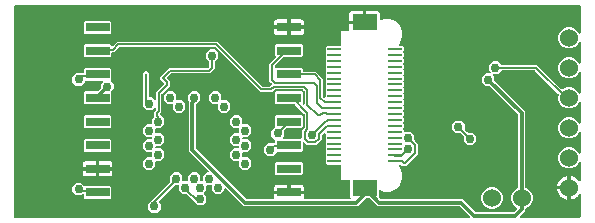
<source format=gbr>
G04 EAGLE Gerber RS-274X export*
G75*
%MOMM*%
%FSLAX34Y34*%
%LPD*%
%INBottom Copper*%
%IPPOS*%
%AMOC8*
5,1,8,0,0,1.08239X$1,22.5*%
G01*
%ADD10R,1.150000X0.250000*%
%ADD11R,2.100000X1.400000*%
%ADD12C,1.524000*%
%ADD13R,2.000000X0.800000*%
%ADD14C,0.756400*%
%ADD15C,0.304800*%
%ADD16C,0.152400*%

G36*
X395241Y10172D02*
X395241Y10172D01*
X395312Y10174D01*
X395361Y10192D01*
X395413Y10200D01*
X395476Y10234D01*
X395543Y10259D01*
X395584Y10291D01*
X395630Y10316D01*
X395679Y10368D01*
X395735Y10412D01*
X395764Y10456D01*
X395799Y10494D01*
X395830Y10559D01*
X395868Y10619D01*
X395881Y10670D01*
X395903Y10717D01*
X395911Y10788D01*
X395928Y10858D01*
X395924Y10910D01*
X395930Y10961D01*
X395915Y11032D01*
X395909Y11103D01*
X395889Y11151D01*
X395878Y11202D01*
X395841Y11263D01*
X395813Y11329D01*
X395768Y11385D01*
X395752Y11413D01*
X395734Y11428D01*
X395708Y11460D01*
X387580Y19588D01*
X387506Y19641D01*
X387437Y19701D01*
X387407Y19713D01*
X387380Y19732D01*
X387293Y19759D01*
X387209Y19793D01*
X387168Y19797D01*
X387145Y19804D01*
X387113Y19803D01*
X387042Y19811D01*
X318097Y19811D01*
X311216Y26692D01*
X311142Y26745D01*
X311073Y26805D01*
X311043Y26817D01*
X311016Y26836D01*
X310929Y26863D01*
X310845Y26897D01*
X310804Y26901D01*
X310781Y26908D01*
X310749Y26907D01*
X310678Y26915D01*
X308402Y26915D01*
X308312Y26901D01*
X308221Y26893D01*
X308191Y26881D01*
X308159Y26876D01*
X308079Y26833D01*
X307995Y26797D01*
X307963Y26771D01*
X307942Y26760D01*
X307936Y26754D01*
X307935Y26753D01*
X307918Y26736D01*
X307864Y26692D01*
X300983Y19811D01*
X204477Y19811D01*
X189486Y34802D01*
X189428Y34844D01*
X189376Y34893D01*
X189329Y34915D01*
X189287Y34946D01*
X189218Y34967D01*
X189153Y34997D01*
X189101Y35003D01*
X189051Y35018D01*
X188980Y35016D01*
X188909Y35024D01*
X188858Y35013D01*
X188806Y35012D01*
X188738Y34987D01*
X188668Y34972D01*
X188623Y34945D01*
X188575Y34927D01*
X188519Y34882D01*
X188457Y34846D01*
X188423Y34806D01*
X188383Y34774D01*
X188344Y34713D01*
X188297Y34659D01*
X188278Y34610D01*
X188250Y34567D01*
X188232Y34497D01*
X188205Y34431D01*
X188197Y34359D01*
X188189Y34328D01*
X188191Y34305D01*
X188187Y34264D01*
X188187Y33362D01*
X185078Y30253D01*
X180682Y30253D01*
X177573Y33362D01*
X177573Y37112D01*
X177570Y37132D01*
X177572Y37151D01*
X177550Y37253D01*
X177534Y37355D01*
X177524Y37372D01*
X177520Y37392D01*
X177467Y37481D01*
X177418Y37572D01*
X177404Y37586D01*
X177394Y37603D01*
X177315Y37670D01*
X177240Y37742D01*
X177222Y37750D01*
X177207Y37763D01*
X177111Y37802D01*
X177017Y37845D01*
X176997Y37847D01*
X176979Y37855D01*
X176812Y37873D01*
X173708Y37873D01*
X173688Y37870D01*
X173669Y37872D01*
X173567Y37850D01*
X173465Y37834D01*
X173448Y37824D01*
X173428Y37820D01*
X173339Y37767D01*
X173248Y37718D01*
X173234Y37704D01*
X173217Y37694D01*
X173150Y37615D01*
X173078Y37540D01*
X173070Y37522D01*
X173057Y37507D01*
X173018Y37411D01*
X172975Y37317D01*
X172973Y37297D01*
X172965Y37279D01*
X172947Y37112D01*
X172947Y33362D01*
X170857Y31272D01*
X170846Y31256D01*
X170830Y31244D01*
X170774Y31156D01*
X170714Y31073D01*
X170708Y31054D01*
X170697Y31037D01*
X170672Y30936D01*
X170641Y30837D01*
X170642Y30818D01*
X170637Y30798D01*
X170645Y30695D01*
X170648Y30592D01*
X170654Y30573D01*
X170656Y30553D01*
X170696Y30458D01*
X170732Y30361D01*
X170745Y30345D01*
X170752Y30327D01*
X170828Y30232D01*
X170833Y30224D01*
X170839Y30219D01*
X170857Y30196D01*
X172947Y28106D01*
X172947Y23710D01*
X169838Y20601D01*
X165442Y20601D01*
X162333Y23710D01*
X162333Y23855D01*
X162319Y23946D01*
X162311Y24036D01*
X162299Y24066D01*
X162294Y24098D01*
X162274Y24135D01*
X162272Y24143D01*
X162251Y24179D01*
X162215Y24263D01*
X162189Y24295D01*
X162178Y24316D01*
X162157Y24336D01*
X162146Y24354D01*
X162133Y24365D01*
X162110Y24394D01*
X156474Y30030D01*
X156400Y30083D01*
X156330Y30143D01*
X156300Y30155D01*
X156274Y30174D01*
X156187Y30201D01*
X156102Y30235D01*
X156061Y30239D01*
X156039Y30246D01*
X156007Y30245D01*
X155935Y30253D01*
X152742Y30253D01*
X149633Y33362D01*
X149633Y37112D01*
X149630Y37132D01*
X149632Y37151D01*
X149610Y37253D01*
X149594Y37355D01*
X149584Y37372D01*
X149580Y37392D01*
X149527Y37481D01*
X149478Y37572D01*
X149464Y37586D01*
X149454Y37603D01*
X149375Y37670D01*
X149300Y37742D01*
X149282Y37750D01*
X149267Y37763D01*
X149171Y37802D01*
X149077Y37845D01*
X149057Y37847D01*
X149039Y37855D01*
X148872Y37873D01*
X146579Y37873D01*
X146488Y37859D01*
X146398Y37851D01*
X146368Y37839D01*
X146336Y37834D01*
X146255Y37791D01*
X146171Y37755D01*
X146139Y37729D01*
X146118Y37718D01*
X146096Y37695D01*
X146040Y37650D01*
X132781Y24391D01*
X132769Y24375D01*
X132753Y24362D01*
X132724Y24317D01*
X132700Y24291D01*
X132684Y24256D01*
X132637Y24191D01*
X132631Y24172D01*
X132620Y24155D01*
X132601Y24078D01*
X132597Y24068D01*
X132595Y24054D01*
X132565Y23956D01*
X132565Y23936D01*
X132560Y23917D01*
X132568Y23814D01*
X132571Y23710D01*
X132578Y23691D01*
X132580Y23671D01*
X132620Y23577D01*
X132656Y23479D01*
X132668Y23463D01*
X132676Y23445D01*
X132781Y23314D01*
X134085Y22010D01*
X134085Y17614D01*
X130976Y14505D01*
X126580Y14505D01*
X123471Y17614D01*
X123471Y22010D01*
X126580Y25119D01*
X126725Y25119D01*
X126816Y25133D01*
X126906Y25141D01*
X126936Y25153D01*
X126968Y25158D01*
X127049Y25201D01*
X127133Y25237D01*
X127165Y25263D01*
X127186Y25274D01*
X127208Y25297D01*
X127264Y25342D01*
X141920Y39998D01*
X141932Y40014D01*
X141948Y40027D01*
X142004Y40114D01*
X142064Y40198D01*
X142070Y40217D01*
X142081Y40234D01*
X142106Y40334D01*
X142136Y40433D01*
X142136Y40453D01*
X142141Y40472D01*
X142133Y40575D01*
X142130Y40679D01*
X142123Y40698D01*
X142121Y40718D01*
X142081Y40813D01*
X142045Y40910D01*
X142033Y40926D01*
X142025Y40944D01*
X142013Y40959D01*
X142013Y45378D01*
X145122Y48487D01*
X149518Y48487D01*
X152627Y45378D01*
X152627Y41628D01*
X152630Y41608D01*
X152628Y41589D01*
X152650Y41487D01*
X152666Y41385D01*
X152676Y41368D01*
X152680Y41348D01*
X152733Y41259D01*
X152782Y41168D01*
X152796Y41154D01*
X152806Y41137D01*
X152885Y41070D01*
X152960Y40998D01*
X152978Y40990D01*
X152993Y40977D01*
X153089Y40938D01*
X153183Y40895D01*
X153203Y40893D01*
X153221Y40885D01*
X153388Y40867D01*
X156492Y40867D01*
X156512Y40870D01*
X156531Y40868D01*
X156633Y40890D01*
X156735Y40906D01*
X156752Y40916D01*
X156772Y40920D01*
X156861Y40973D01*
X156952Y41022D01*
X156966Y41036D01*
X156983Y41046D01*
X157050Y41125D01*
X157122Y41200D01*
X157130Y41218D01*
X157143Y41233D01*
X157182Y41329D01*
X157225Y41423D01*
X157227Y41443D01*
X157235Y41461D01*
X157253Y41628D01*
X157253Y45378D01*
X160362Y48487D01*
X164758Y48487D01*
X167867Y45378D01*
X167867Y41628D01*
X167870Y41608D01*
X167868Y41589D01*
X167890Y41487D01*
X167906Y41385D01*
X167916Y41368D01*
X167920Y41348D01*
X167973Y41259D01*
X168022Y41168D01*
X168036Y41154D01*
X168046Y41137D01*
X168125Y41070D01*
X168200Y40998D01*
X168218Y40990D01*
X168233Y40977D01*
X168329Y40938D01*
X168423Y40895D01*
X168443Y40893D01*
X168461Y40885D01*
X168628Y40867D01*
X169192Y40867D01*
X169212Y40870D01*
X169231Y40868D01*
X169333Y40890D01*
X169435Y40906D01*
X169452Y40916D01*
X169472Y40920D01*
X169561Y40973D01*
X169652Y41022D01*
X169666Y41036D01*
X169683Y41046D01*
X169750Y41125D01*
X169822Y41200D01*
X169830Y41218D01*
X169843Y41233D01*
X169882Y41329D01*
X169925Y41423D01*
X169927Y41443D01*
X169935Y41461D01*
X169953Y41628D01*
X169953Y45378D01*
X173062Y48487D01*
X173964Y48487D01*
X174035Y48498D01*
X174106Y48500D01*
X174155Y48518D01*
X174207Y48526D01*
X174270Y48560D01*
X174337Y48585D01*
X174378Y48617D01*
X174424Y48642D01*
X174473Y48694D01*
X174529Y48738D01*
X174558Y48782D01*
X174593Y48820D01*
X174624Y48885D01*
X174662Y48945D01*
X174675Y48996D01*
X174697Y49043D01*
X174705Y49114D01*
X174722Y49184D01*
X174718Y49236D01*
X174724Y49287D01*
X174709Y49358D01*
X174703Y49429D01*
X174683Y49477D01*
X174672Y49528D01*
X174635Y49589D01*
X174607Y49655D01*
X174562Y49711D01*
X174546Y49739D01*
X174528Y49754D01*
X174502Y49786D01*
X157761Y66527D01*
X157761Y108282D01*
X157777Y108304D01*
X157783Y108323D01*
X157794Y108340D01*
X157819Y108440D01*
X157850Y108539D01*
X157849Y108559D01*
X157854Y108579D01*
X157846Y108682D01*
X157844Y108785D01*
X157837Y108804D01*
X157835Y108824D01*
X157795Y108919D01*
X157759Y109016D01*
X157747Y109032D01*
X157739Y109050D01*
X157634Y109181D01*
X157253Y109562D01*
X157253Y113958D01*
X160362Y117067D01*
X164758Y117067D01*
X167867Y113958D01*
X167867Y109562D01*
X164734Y106429D01*
X164710Y106419D01*
X164678Y106414D01*
X164598Y106371D01*
X164514Y106335D01*
X164482Y106309D01*
X164461Y106298D01*
X164439Y106275D01*
X164383Y106230D01*
X164082Y105929D01*
X164029Y105855D01*
X163969Y105786D01*
X163957Y105756D01*
X163938Y105729D01*
X163911Y105643D01*
X163877Y105558D01*
X163873Y105517D01*
X163866Y105494D01*
X163867Y105462D01*
X163859Y105391D01*
X163859Y69368D01*
X163873Y69278D01*
X163881Y69187D01*
X163893Y69157D01*
X163898Y69125D01*
X163941Y69045D01*
X163977Y68961D01*
X164003Y68929D01*
X164014Y68908D01*
X164037Y68886D01*
X164082Y68830D01*
X206780Y26132D01*
X206854Y26079D01*
X206923Y26019D01*
X206953Y26007D01*
X206980Y25988D01*
X207067Y25961D01*
X207151Y25927D01*
X207192Y25923D01*
X207215Y25916D01*
X207247Y25917D01*
X207318Y25909D01*
X229605Y25909D01*
X229722Y25928D01*
X229840Y25946D01*
X229844Y25948D01*
X229848Y25948D01*
X229952Y26004D01*
X230059Y26059D01*
X230062Y26062D01*
X230066Y26064D01*
X230147Y26149D01*
X230230Y26235D01*
X230232Y26239D01*
X230235Y26242D01*
X230285Y26349D01*
X230336Y26457D01*
X230337Y26461D01*
X230339Y26465D01*
X230351Y26582D01*
X230366Y26701D01*
X230365Y26706D01*
X230366Y26709D01*
X230363Y26723D01*
X230341Y26867D01*
X230239Y27246D01*
X230239Y30057D01*
X242018Y30057D01*
X242038Y30060D01*
X242057Y30058D01*
X242159Y30080D01*
X242261Y30097D01*
X242278Y30106D01*
X242298Y30110D01*
X242387Y30163D01*
X242478Y30212D01*
X242492Y30226D01*
X242509Y30236D01*
X242576Y30315D01*
X242647Y30390D01*
X242656Y30408D01*
X242669Y30423D01*
X242708Y30519D01*
X242751Y30613D01*
X242753Y30633D01*
X242761Y30651D01*
X242779Y30818D01*
X242779Y31581D01*
X242781Y31581D01*
X242781Y30818D01*
X242784Y30798D01*
X242782Y30779D01*
X242804Y30677D01*
X242821Y30575D01*
X242830Y30558D01*
X242834Y30538D01*
X242887Y30449D01*
X242936Y30358D01*
X242950Y30344D01*
X242960Y30327D01*
X243039Y30260D01*
X243114Y30189D01*
X243132Y30180D01*
X243147Y30167D01*
X243243Y30128D01*
X243337Y30085D01*
X243357Y30083D01*
X243375Y30075D01*
X243542Y30057D01*
X255321Y30057D01*
X255321Y27246D01*
X255219Y26867D01*
X255207Y26748D01*
X255194Y26631D01*
X255195Y26626D01*
X255195Y26622D01*
X255221Y26507D01*
X255247Y26390D01*
X255249Y26387D01*
X255250Y26383D01*
X255312Y26281D01*
X255373Y26179D01*
X255376Y26176D01*
X255378Y26173D01*
X255469Y26096D01*
X255560Y26019D01*
X255564Y26018D01*
X255567Y26015D01*
X255677Y25972D01*
X255788Y25927D01*
X255793Y25927D01*
X255796Y25925D01*
X255810Y25925D01*
X255955Y25909D01*
X294817Y25909D01*
X294888Y25920D01*
X294960Y25922D01*
X295009Y25940D01*
X295060Y25948D01*
X295123Y25982D01*
X295191Y26007D01*
X295231Y26039D01*
X295277Y26064D01*
X295327Y26116D01*
X295383Y26160D01*
X295411Y26204D01*
X295447Y26242D01*
X295477Y26307D01*
X295516Y26367D01*
X295528Y26418D01*
X295550Y26465D01*
X295558Y26536D01*
X295576Y26606D01*
X295572Y26658D01*
X295577Y26709D01*
X295562Y26780D01*
X295557Y26851D01*
X295536Y26899D01*
X295525Y26950D01*
X295488Y27011D01*
X295460Y27077D01*
X295415Y27133D01*
X295399Y27161D01*
X295381Y27176D01*
X295355Y27208D01*
X294755Y27808D01*
X294755Y41678D01*
X294752Y41698D01*
X294754Y41717D01*
X294732Y41819D01*
X294716Y41921D01*
X294706Y41938D01*
X294702Y41958D01*
X294649Y42047D01*
X294600Y42138D01*
X294586Y42152D01*
X294576Y42169D01*
X294497Y42236D01*
X294422Y42308D01*
X294404Y42316D01*
X294389Y42329D01*
X294293Y42368D01*
X294199Y42411D01*
X294179Y42413D01*
X294161Y42421D01*
X293994Y42439D01*
X286780Y42439D01*
X286779Y42440D01*
X286779Y54404D01*
X286776Y54424D01*
X286778Y54443D01*
X286756Y54545D01*
X286740Y54647D01*
X286730Y54664D01*
X286726Y54684D01*
X286673Y54773D01*
X286624Y54864D01*
X286610Y54878D01*
X286600Y54895D01*
X286521Y54962D01*
X286446Y55034D01*
X286428Y55042D01*
X286413Y55055D01*
X286317Y55094D01*
X286223Y55137D01*
X286203Y55139D01*
X286185Y55147D01*
X286018Y55165D01*
X274648Y55165D01*
X273755Y56058D01*
X273755Y59822D01*
X273835Y59902D01*
X273847Y59918D01*
X273863Y59930D01*
X273919Y60018D01*
X273979Y60101D01*
X273985Y60120D01*
X273996Y60137D01*
X274021Y60238D01*
X274051Y60337D01*
X274051Y60357D01*
X274056Y60376D01*
X274048Y60479D01*
X274045Y60582D01*
X274038Y60601D01*
X274037Y60621D01*
X273996Y60716D01*
X273961Y60813D01*
X273948Y60829D01*
X273940Y60847D01*
X273835Y60978D01*
X273755Y61058D01*
X273755Y64822D01*
X273835Y64902D01*
X273847Y64918D01*
X273863Y64930D01*
X273919Y65018D01*
X273979Y65101D01*
X273985Y65120D01*
X273996Y65137D01*
X274021Y65238D01*
X274051Y65337D01*
X274051Y65357D01*
X274056Y65376D01*
X274048Y65479D01*
X274045Y65582D01*
X274038Y65601D01*
X274037Y65621D01*
X273996Y65716D01*
X273961Y65813D01*
X273948Y65829D01*
X273940Y65847D01*
X273835Y65978D01*
X273755Y66058D01*
X273755Y69822D01*
X273835Y69902D01*
X273847Y69918D01*
X273863Y69930D01*
X273919Y70018D01*
X273979Y70101D01*
X273985Y70120D01*
X273996Y70137D01*
X274021Y70238D01*
X274051Y70337D01*
X274051Y70357D01*
X274056Y70376D01*
X274048Y70479D01*
X274045Y70582D01*
X274038Y70601D01*
X274037Y70621D01*
X273996Y70716D01*
X273961Y70813D01*
X273948Y70829D01*
X273940Y70847D01*
X273835Y70978D01*
X273755Y71058D01*
X273755Y74822D01*
X273835Y74902D01*
X273847Y74918D01*
X273863Y74930D01*
X273919Y75018D01*
X273979Y75101D01*
X273985Y75120D01*
X273996Y75137D01*
X274021Y75238D01*
X274051Y75337D01*
X274051Y75357D01*
X274056Y75376D01*
X274048Y75479D01*
X274045Y75582D01*
X274038Y75601D01*
X274037Y75621D01*
X273996Y75716D01*
X273961Y75813D01*
X273948Y75829D01*
X273940Y75847D01*
X273835Y75978D01*
X273755Y76058D01*
X273755Y79822D01*
X273835Y79902D01*
X273847Y79918D01*
X273863Y79930D01*
X273919Y80017D01*
X273979Y80101D01*
X273985Y80120D01*
X273996Y80137D01*
X274021Y80238D01*
X274051Y80336D01*
X274051Y80356D01*
X274056Y80376D01*
X274048Y80479D01*
X274045Y80582D01*
X274038Y80601D01*
X274037Y80621D01*
X273996Y80716D01*
X273961Y80813D01*
X273948Y80829D01*
X273940Y80847D01*
X273835Y80978D01*
X273755Y81058D01*
X273755Y81232D01*
X273744Y81302D01*
X273742Y81374D01*
X273724Y81423D01*
X273716Y81474D01*
X273682Y81538D01*
X273657Y81605D01*
X273625Y81646D01*
X273600Y81692D01*
X273548Y81741D01*
X273504Y81797D01*
X273460Y81825D01*
X273422Y81861D01*
X273357Y81891D01*
X273297Y81930D01*
X273246Y81943D01*
X273199Y81965D01*
X273128Y81973D01*
X273058Y81990D01*
X273006Y81986D01*
X272955Y81992D01*
X272884Y81977D01*
X272813Y81971D01*
X272765Y81951D01*
X272714Y81940D01*
X272653Y81903D01*
X272587Y81875D01*
X272531Y81830D01*
X272503Y81813D01*
X272488Y81796D01*
X272456Y81770D01*
X270734Y80048D01*
X270681Y79974D01*
X270621Y79904D01*
X270609Y79874D01*
X270590Y79848D01*
X270563Y79761D01*
X270529Y79676D01*
X270525Y79635D01*
X270518Y79613D01*
X270519Y79581D01*
X270511Y79509D01*
X270511Y76015D01*
X266123Y71627D01*
X258133Y71627D01*
X255604Y74156D01*
X255546Y74198D01*
X255494Y74247D01*
X255447Y74269D01*
X255405Y74299D01*
X255336Y74320D01*
X255271Y74351D01*
X255219Y74356D01*
X255169Y74372D01*
X255098Y74370D01*
X255027Y74378D01*
X254976Y74367D01*
X254924Y74365D01*
X254856Y74341D01*
X254786Y74326D01*
X254741Y74299D01*
X254693Y74281D01*
X254637Y74236D01*
X254575Y74199D01*
X254541Y74160D01*
X254501Y74127D01*
X254462Y74067D01*
X254415Y74012D01*
X254396Y73964D01*
X254368Y73920D01*
X254350Y73851D01*
X254323Y73784D01*
X254315Y73713D01*
X254307Y73682D01*
X254309Y73658D01*
X254305Y73618D01*
X254305Y66948D01*
X253412Y66055D01*
X233133Y66055D01*
X233043Y66041D01*
X232952Y66033D01*
X232923Y66021D01*
X232891Y66016D01*
X232810Y65973D01*
X232726Y65937D01*
X232694Y65911D01*
X232673Y65900D01*
X232651Y65877D01*
X232595Y65832D01*
X229274Y62511D01*
X224878Y62511D01*
X221769Y65620D01*
X221769Y70016D01*
X224878Y73125D01*
X228833Y73125D01*
X228924Y73139D01*
X229014Y73147D01*
X229029Y73153D01*
X230494Y73153D01*
X230514Y73156D01*
X230533Y73154D01*
X230635Y73176D01*
X230737Y73192D01*
X230754Y73202D01*
X230774Y73206D01*
X230863Y73259D01*
X230954Y73308D01*
X230968Y73322D01*
X230985Y73332D01*
X231052Y73411D01*
X231124Y73486D01*
X231132Y73504D01*
X231145Y73519D01*
X231184Y73615D01*
X231227Y73709D01*
X231229Y73729D01*
X231237Y73747D01*
X231255Y73914D01*
X231255Y75631D01*
X231252Y75649D01*
X231254Y75668D01*
X231239Y75737D01*
X231233Y75812D01*
X231221Y75841D01*
X231216Y75873D01*
X231205Y75892D01*
X231202Y75908D01*
X231169Y75964D01*
X231137Y76038D01*
X231111Y76070D01*
X231100Y76091D01*
X231083Y76107D01*
X231076Y76119D01*
X231064Y76129D01*
X231032Y76169D01*
X227865Y79336D01*
X227865Y83732D01*
X231032Y86899D01*
X231085Y86973D01*
X231145Y87043D01*
X231157Y87073D01*
X231176Y87099D01*
X231203Y87186D01*
X231237Y87271D01*
X231241Y87312D01*
X231248Y87334D01*
X231247Y87366D01*
X231255Y87437D01*
X231255Y96212D01*
X232148Y97105D01*
X253412Y97105D01*
X254305Y96212D01*
X254305Y86948D01*
X253412Y86055D01*
X241243Y86055D01*
X241152Y86041D01*
X241062Y86033D01*
X241032Y86021D01*
X241000Y86016D01*
X240919Y85973D01*
X240835Y85937D01*
X240803Y85911D01*
X240782Y85900D01*
X240760Y85877D01*
X240704Y85832D01*
X238702Y83830D01*
X238649Y83756D01*
X238589Y83686D01*
X238577Y83656D01*
X238558Y83630D01*
X238531Y83543D01*
X238497Y83458D01*
X238493Y83417D01*
X238486Y83395D01*
X238487Y83363D01*
X238479Y83291D01*
X238479Y79336D01*
X237547Y78404D01*
X237505Y78346D01*
X237456Y78294D01*
X237434Y78247D01*
X237404Y78205D01*
X237382Y78136D01*
X237352Y78071D01*
X237347Y78019D01*
X237331Y77969D01*
X237333Y77898D01*
X237325Y77827D01*
X237336Y77776D01*
X237338Y77724D01*
X237362Y77656D01*
X237377Y77586D01*
X237404Y77541D01*
X237422Y77493D01*
X237467Y77437D01*
X237504Y77375D01*
X237543Y77341D01*
X237576Y77301D01*
X237636Y77262D01*
X237691Y77215D01*
X237739Y77196D01*
X237783Y77168D01*
X237852Y77150D01*
X237919Y77123D01*
X237990Y77115D01*
X238021Y77107D01*
X238044Y77109D01*
X238085Y77105D01*
X252984Y77105D01*
X253004Y77108D01*
X253023Y77106D01*
X253125Y77128D01*
X253227Y77144D01*
X253244Y77154D01*
X253264Y77158D01*
X253353Y77211D01*
X253444Y77260D01*
X253458Y77274D01*
X253475Y77284D01*
X253542Y77363D01*
X253614Y77438D01*
X253622Y77456D01*
X253635Y77471D01*
X253674Y77567D01*
X253717Y77661D01*
X253719Y77681D01*
X253727Y77699D01*
X253745Y77866D01*
X253745Y84005D01*
X255808Y86068D01*
X255861Y86142D01*
X255921Y86212D01*
X255933Y86242D01*
X255952Y86268D01*
X255979Y86355D01*
X256013Y86440D01*
X256017Y86481D01*
X256024Y86503D01*
X256023Y86535D01*
X256031Y86607D01*
X256031Y97797D01*
X256017Y97888D01*
X256009Y97978D01*
X255997Y98008D01*
X255992Y98040D01*
X255949Y98121D01*
X255913Y98205D01*
X255887Y98237D01*
X255876Y98258D01*
X255853Y98280D01*
X255808Y98336D01*
X248312Y105832D01*
X248238Y105885D01*
X248168Y105945D01*
X248138Y105957D01*
X248112Y105976D01*
X248025Y106003D01*
X247940Y106037D01*
X247899Y106041D01*
X247877Y106048D01*
X247845Y106047D01*
X247773Y106055D01*
X232148Y106055D01*
X231255Y106948D01*
X231255Y116212D01*
X232148Y117105D01*
X253412Y117105D01*
X254305Y116212D01*
X254305Y106702D01*
X254302Y106692D01*
X254305Y106659D01*
X254305Y106633D01*
X254309Y106610D01*
X254310Y106590D01*
X254312Y106488D01*
X254320Y106468D01*
X254321Y106447D01*
X254344Y106393D01*
X254344Y106390D01*
X254349Y106383D01*
X254361Y106353D01*
X254396Y106256D01*
X254409Y106240D01*
X254418Y106221D01*
X254522Y106090D01*
X254732Y105880D01*
X254790Y105838D01*
X254842Y105789D01*
X254889Y105767D01*
X254931Y105737D01*
X255000Y105716D01*
X255065Y105685D01*
X255117Y105680D01*
X255166Y105664D01*
X255238Y105666D01*
X255309Y105658D01*
X255360Y105669D01*
X255412Y105671D01*
X255480Y105695D01*
X255550Y105710D01*
X255595Y105737D01*
X255643Y105755D01*
X255699Y105800D01*
X255761Y105837D01*
X255795Y105876D01*
X255835Y105909D01*
X255874Y105969D01*
X255921Y106024D01*
X255940Y106072D01*
X255968Y106116D01*
X255986Y106185D01*
X256013Y106252D01*
X256021Y106323D01*
X256029Y106354D01*
X256027Y106378D01*
X256031Y106418D01*
X256031Y116847D01*
X256017Y116938D01*
X256009Y117028D01*
X255997Y117058D01*
X255992Y117090D01*
X255949Y117171D01*
X255913Y117255D01*
X255887Y117287D01*
X255876Y117308D01*
X255853Y117330D01*
X255808Y117386D01*
X254546Y118648D01*
X254472Y118701D01*
X254402Y118761D01*
X254372Y118773D01*
X254346Y118792D01*
X254259Y118819D01*
X254174Y118853D01*
X254133Y118857D01*
X254111Y118864D01*
X254079Y118863D01*
X254007Y118871D01*
X231387Y118871D01*
X231296Y118857D01*
X231206Y118849D01*
X231176Y118837D01*
X231144Y118832D01*
X231063Y118789D01*
X230979Y118753D01*
X230947Y118727D01*
X230926Y118716D01*
X230904Y118693D01*
X230848Y118648D01*
X228785Y116585D01*
X218509Y116585D01*
X180632Y154462D01*
X180558Y154515D01*
X180488Y154575D01*
X180458Y154587D01*
X180432Y154606D01*
X180345Y154633D01*
X180260Y154667D01*
X180219Y154671D01*
X180197Y154678D01*
X180165Y154677D01*
X180093Y154685D01*
X99561Y154685D01*
X99470Y154671D01*
X99380Y154663D01*
X99350Y154651D01*
X99318Y154646D01*
X99237Y154603D01*
X99153Y154567D01*
X99121Y154541D01*
X99100Y154530D01*
X99078Y154507D01*
X99022Y154462D01*
X94673Y150113D01*
X93066Y150113D01*
X93046Y150110D01*
X93027Y150112D01*
X92925Y150090D01*
X92823Y150074D01*
X92806Y150064D01*
X92786Y150060D01*
X92697Y150007D01*
X92606Y149958D01*
X92592Y149944D01*
X92575Y149934D01*
X92508Y149855D01*
X92436Y149780D01*
X92428Y149762D01*
X92415Y149747D01*
X92376Y149651D01*
X92333Y149557D01*
X92331Y149537D01*
X92323Y149519D01*
X92305Y149352D01*
X92305Y146948D01*
X91412Y146055D01*
X70148Y146055D01*
X69255Y146948D01*
X69255Y156212D01*
X70148Y157105D01*
X91412Y157105D01*
X92305Y156212D01*
X92305Y156050D01*
X92316Y155980D01*
X92318Y155908D01*
X92336Y155859D01*
X92344Y155808D01*
X92378Y155744D01*
X92403Y155677D01*
X92435Y155636D01*
X92460Y155590D01*
X92512Y155541D01*
X92556Y155485D01*
X92600Y155457D01*
X92638Y155421D01*
X92703Y155391D01*
X92763Y155352D01*
X92814Y155339D01*
X92861Y155317D01*
X92932Y155309D01*
X93002Y155292D01*
X93054Y155296D01*
X93105Y155290D01*
X93176Y155305D01*
X93247Y155311D01*
X93295Y155331D01*
X93346Y155342D01*
X93407Y155379D01*
X93473Y155407D01*
X93529Y155452D01*
X93557Y155469D01*
X93572Y155486D01*
X93604Y155512D01*
X97351Y159259D01*
X182303Y159259D01*
X220180Y121382D01*
X220254Y121329D01*
X220324Y121269D01*
X220354Y121257D01*
X220380Y121238D01*
X220467Y121211D01*
X220552Y121177D01*
X220593Y121173D01*
X220615Y121166D01*
X220647Y121167D01*
X220719Y121159D01*
X226575Y121159D01*
X226666Y121173D01*
X226756Y121181D01*
X226786Y121193D01*
X226818Y121198D01*
X226899Y121241D01*
X226983Y121277D01*
X227015Y121303D01*
X227036Y121314D01*
X227058Y121337D01*
X227114Y121382D01*
X228511Y122779D01*
X228522Y122795D01*
X228538Y122807D01*
X228594Y122895D01*
X228654Y122978D01*
X228660Y122997D01*
X228671Y123014D01*
X228696Y123115D01*
X228727Y123214D01*
X228726Y123233D01*
X228731Y123253D01*
X228723Y123356D01*
X228720Y123459D01*
X228713Y123478D01*
X228712Y123498D01*
X228672Y123593D01*
X228636Y123690D01*
X228623Y123706D01*
X228616Y123724D01*
X228511Y123855D01*
X227876Y124490D01*
X226313Y126053D01*
X226313Y140647D01*
X231397Y145731D01*
X231408Y145747D01*
X231424Y145759D01*
X231480Y145846D01*
X231540Y145930D01*
X231546Y145949D01*
X231557Y145966D01*
X231582Y146067D01*
X231613Y146165D01*
X231612Y146185D01*
X231617Y146205D01*
X231609Y146308D01*
X231606Y146411D01*
X231599Y146430D01*
X231598Y146450D01*
X231557Y146545D01*
X231522Y146642D01*
X231509Y146658D01*
X231501Y146676D01*
X231397Y146807D01*
X231255Y146948D01*
X231255Y156212D01*
X232148Y157105D01*
X253412Y157105D01*
X254305Y156212D01*
X254305Y146948D01*
X253412Y146055D01*
X238504Y146055D01*
X238414Y146041D01*
X238323Y146033D01*
X238294Y146021D01*
X238262Y146016D01*
X238181Y145973D01*
X238097Y145937D01*
X238065Y145911D01*
X238044Y145900D01*
X238022Y145877D01*
X237966Y145832D01*
X231110Y138976D01*
X231057Y138902D01*
X230997Y138832D01*
X230985Y138802D01*
X230966Y138776D01*
X230939Y138689D01*
X230905Y138604D01*
X230901Y138563D01*
X230894Y138541D01*
X230895Y138509D01*
X230887Y138437D01*
X230887Y137681D01*
X230898Y137610D01*
X230900Y137538D01*
X230918Y137489D01*
X230926Y137438D01*
X230960Y137375D01*
X230985Y137307D01*
X231017Y137267D01*
X231042Y137221D01*
X231094Y137171D01*
X231138Y137115D01*
X231182Y137087D01*
X231220Y137051D01*
X231285Y137021D01*
X231345Y136982D01*
X231396Y136970D01*
X231443Y136948D01*
X231514Y136940D01*
X231584Y136922D01*
X231636Y136926D01*
X231687Y136921D01*
X231758Y136936D01*
X231829Y136941D01*
X231877Y136962D01*
X231928Y136973D01*
X231989Y137010D01*
X232055Y137038D01*
X232111Y137083D01*
X232139Y137099D01*
X232144Y137105D01*
X253412Y137105D01*
X254305Y136212D01*
X254305Y134628D01*
X254308Y134608D01*
X254306Y134589D01*
X254328Y134487D01*
X254344Y134385D01*
X254354Y134368D01*
X254358Y134348D01*
X254411Y134259D01*
X254460Y134168D01*
X254474Y134154D01*
X254484Y134137D01*
X254563Y134070D01*
X254638Y133998D01*
X254656Y133990D01*
X254671Y133977D01*
X254767Y133938D01*
X254861Y133895D01*
X254881Y133893D01*
X254899Y133885D01*
X255066Y133867D01*
X265607Y133867D01*
X271527Y127947D01*
X271527Y113023D01*
X271541Y112933D01*
X271549Y112842D01*
X271561Y112812D01*
X271566Y112780D01*
X271609Y112699D01*
X271645Y112615D01*
X271671Y112583D01*
X271682Y112562D01*
X271705Y112540D01*
X271750Y112484D01*
X272456Y111778D01*
X272514Y111736D01*
X272566Y111687D01*
X272613Y111665D01*
X272655Y111635D01*
X272724Y111614D01*
X272789Y111583D01*
X272841Y111578D01*
X272891Y111562D01*
X272962Y111564D01*
X273033Y111556D01*
X273084Y111567D01*
X273136Y111569D01*
X273204Y111593D01*
X273274Y111608D01*
X273319Y111635D01*
X273367Y111653D01*
X273423Y111698D01*
X273485Y111735D01*
X273519Y111774D01*
X273559Y111807D01*
X273598Y111867D01*
X273645Y111922D01*
X273664Y111970D01*
X273692Y112014D01*
X273710Y112083D01*
X273737Y112150D01*
X273745Y112221D01*
X273753Y112252D01*
X273751Y112276D01*
X273755Y112316D01*
X273755Y114822D01*
X273835Y114902D01*
X273847Y114918D01*
X273863Y114930D01*
X273919Y115018D01*
X273979Y115101D01*
X273985Y115120D01*
X273996Y115137D01*
X274021Y115238D01*
X274051Y115337D01*
X274051Y115357D01*
X274056Y115376D01*
X274048Y115479D01*
X274045Y115582D01*
X274038Y115601D01*
X274037Y115621D01*
X273996Y115716D01*
X273961Y115813D01*
X273948Y115829D01*
X273940Y115847D01*
X273835Y115978D01*
X273755Y116058D01*
X273755Y119822D01*
X273835Y119902D01*
X273847Y119918D01*
X273863Y119930D01*
X273919Y120018D01*
X273979Y120101D01*
X273985Y120120D01*
X273996Y120137D01*
X274021Y120238D01*
X274051Y120337D01*
X274051Y120357D01*
X274056Y120376D01*
X274048Y120479D01*
X274045Y120582D01*
X274038Y120601D01*
X274037Y120621D01*
X273996Y120716D01*
X273961Y120813D01*
X273948Y120829D01*
X273940Y120847D01*
X273835Y120978D01*
X273755Y121058D01*
X273755Y124822D01*
X273835Y124902D01*
X273847Y124918D01*
X273863Y124930D01*
X273919Y125018D01*
X273979Y125101D01*
X273985Y125120D01*
X273996Y125137D01*
X274021Y125238D01*
X274051Y125337D01*
X274051Y125357D01*
X274056Y125376D01*
X274048Y125479D01*
X274045Y125582D01*
X274038Y125601D01*
X274037Y125621D01*
X273996Y125716D01*
X273961Y125813D01*
X273948Y125829D01*
X273940Y125847D01*
X273835Y125978D01*
X273755Y126058D01*
X273755Y129822D01*
X273835Y129902D01*
X273847Y129918D01*
X273863Y129930D01*
X273891Y129975D01*
X273925Y130010D01*
X273946Y130056D01*
X273979Y130101D01*
X273985Y130120D01*
X273996Y130137D01*
X274009Y130192D01*
X274028Y130233D01*
X274034Y130279D01*
X274051Y130337D01*
X274051Y130357D01*
X274056Y130376D01*
X274051Y130436D01*
X274056Y130478D01*
X274047Y130519D01*
X274045Y130582D01*
X274038Y130601D01*
X274037Y130621D01*
X274012Y130679D01*
X274003Y130718D01*
X273983Y130752D01*
X273961Y130813D01*
X273948Y130829D01*
X273940Y130847D01*
X273884Y130917D01*
X273877Y130929D01*
X273870Y130936D01*
X273835Y130978D01*
X273755Y131058D01*
X273755Y134822D01*
X273835Y134902D01*
X273847Y134918D01*
X273863Y134930D01*
X273919Y135018D01*
X273979Y135101D01*
X273985Y135120D01*
X273996Y135137D01*
X274021Y135238D01*
X274051Y135337D01*
X274051Y135357D01*
X274056Y135376D01*
X274048Y135479D01*
X274045Y135582D01*
X274038Y135601D01*
X274037Y135621D01*
X273996Y135716D01*
X273961Y135813D01*
X273948Y135829D01*
X273940Y135847D01*
X273835Y135978D01*
X273755Y136058D01*
X273755Y139822D01*
X273835Y139902D01*
X273847Y139918D01*
X273863Y139930D01*
X273919Y140018D01*
X273979Y140101D01*
X273985Y140120D01*
X273996Y140137D01*
X274021Y140238D01*
X274051Y140337D01*
X274051Y140357D01*
X274056Y140376D01*
X274048Y140479D01*
X274045Y140582D01*
X274038Y140601D01*
X274037Y140621D01*
X273996Y140716D01*
X273961Y140813D01*
X273948Y140829D01*
X273940Y140847D01*
X273835Y140978D01*
X273755Y141058D01*
X273755Y144822D01*
X273835Y144902D01*
X273847Y144918D01*
X273863Y144930D01*
X273919Y145018D01*
X273979Y145101D01*
X273985Y145120D01*
X273996Y145137D01*
X274021Y145238D01*
X274051Y145337D01*
X274051Y145357D01*
X274056Y145376D01*
X274048Y145479D01*
X274045Y145582D01*
X274038Y145601D01*
X274037Y145621D01*
X273996Y145716D01*
X273961Y145813D01*
X273948Y145829D01*
X273940Y145847D01*
X273835Y145978D01*
X273755Y146058D01*
X273755Y149822D01*
X273835Y149902D01*
X273847Y149918D01*
X273863Y149930D01*
X273919Y150018D01*
X273979Y150101D01*
X273985Y150120D01*
X273996Y150137D01*
X274021Y150238D01*
X274051Y150337D01*
X274051Y150357D01*
X274056Y150376D01*
X274048Y150479D01*
X274045Y150582D01*
X274038Y150601D01*
X274037Y150621D01*
X273996Y150716D01*
X273961Y150813D01*
X273948Y150829D01*
X273940Y150847D01*
X273835Y150978D01*
X273755Y151058D01*
X273755Y154822D01*
X274648Y155715D01*
X286018Y155715D01*
X286038Y155718D01*
X286057Y155716D01*
X286159Y155738D01*
X286261Y155754D01*
X286278Y155764D01*
X286298Y155768D01*
X286387Y155821D01*
X286478Y155870D01*
X286492Y155884D01*
X286509Y155894D01*
X286576Y155973D01*
X286648Y156048D01*
X286656Y156066D01*
X286669Y156081D01*
X286708Y156177D01*
X286751Y156271D01*
X286753Y156291D01*
X286761Y156309D01*
X286779Y156476D01*
X286779Y168490D01*
X286780Y168490D01*
X292978Y168490D01*
X292998Y168493D01*
X293017Y168491D01*
X293119Y168513D01*
X293221Y168530D01*
X293238Y168539D01*
X293258Y168543D01*
X293347Y168597D01*
X293438Y168645D01*
X293452Y168659D01*
X293469Y168670D01*
X293536Y168748D01*
X293608Y168823D01*
X293616Y168841D01*
X293629Y168856D01*
X293668Y168953D01*
X293711Y169046D01*
X293713Y169066D01*
X293721Y169085D01*
X293739Y169251D01*
X293739Y173917D01*
X306018Y173917D01*
X306038Y173920D01*
X306057Y173918D01*
X306159Y173940D01*
X306261Y173957D01*
X306278Y173966D01*
X306298Y173970D01*
X306387Y174023D01*
X306478Y174072D01*
X306492Y174086D01*
X306509Y174096D01*
X306576Y174175D01*
X306647Y174250D01*
X306656Y174268D01*
X306669Y174283D01*
X306708Y174379D01*
X306751Y174473D01*
X306753Y174493D01*
X306761Y174511D01*
X306779Y174678D01*
X306779Y175441D01*
X307542Y175441D01*
X307562Y175444D01*
X307581Y175442D01*
X307683Y175464D01*
X307785Y175481D01*
X307802Y175490D01*
X307822Y175494D01*
X307911Y175547D01*
X308002Y175596D01*
X308016Y175610D01*
X308033Y175620D01*
X308100Y175699D01*
X308171Y175774D01*
X308180Y175792D01*
X308193Y175807D01*
X308232Y175903D01*
X308275Y175997D01*
X308277Y176017D01*
X308285Y176035D01*
X308303Y176202D01*
X308303Y184981D01*
X317614Y184981D01*
X318261Y184808D01*
X318840Y184473D01*
X319313Y184000D01*
X319648Y183421D01*
X319821Y182774D01*
X319821Y178356D01*
X319828Y178311D01*
X319826Y178265D01*
X319848Y178190D01*
X319860Y178113D01*
X319882Y178073D01*
X319895Y178029D01*
X319939Y177965D01*
X319976Y177896D01*
X320009Y177864D01*
X320035Y177826D01*
X320097Y177780D01*
X320154Y177726D01*
X320196Y177707D01*
X320232Y177680D01*
X320306Y177656D01*
X320377Y177623D01*
X320423Y177618D01*
X320466Y177604D01*
X320544Y177604D01*
X320621Y177596D01*
X320666Y177605D01*
X320712Y177606D01*
X320844Y177644D01*
X320862Y177648D01*
X320866Y177651D01*
X320873Y177653D01*
X323162Y178601D01*
X328398Y178601D01*
X333235Y176597D01*
X336937Y172895D01*
X338941Y168058D01*
X338941Y162822D01*
X336937Y157985D01*
X335966Y157014D01*
X335924Y156956D01*
X335875Y156904D01*
X335853Y156857D01*
X335823Y156815D01*
X335802Y156746D01*
X335771Y156681D01*
X335766Y156629D01*
X335750Y156579D01*
X335752Y156508D01*
X335744Y156437D01*
X335755Y156386D01*
X335757Y156334D01*
X335781Y156266D01*
X335797Y156196D01*
X335823Y156151D01*
X335841Y156103D01*
X335886Y156047D01*
X335923Y155985D01*
X335962Y155951D01*
X335995Y155911D01*
X336055Y155872D01*
X336110Y155825D01*
X336158Y155806D01*
X336202Y155778D01*
X336271Y155760D01*
X336338Y155733D01*
X336409Y155725D01*
X336440Y155717D01*
X336464Y155719D01*
X336505Y155715D01*
X338912Y155715D01*
X339805Y154822D01*
X339805Y151058D01*
X339725Y150978D01*
X339713Y150962D01*
X339697Y150950D01*
X339641Y150863D01*
X339581Y150779D01*
X339575Y150760D01*
X339564Y150743D01*
X339539Y150642D01*
X339509Y150544D01*
X339509Y150524D01*
X339504Y150504D01*
X339512Y150401D01*
X339515Y150298D01*
X339522Y150279D01*
X339523Y150259D01*
X339564Y150164D01*
X339599Y150067D01*
X339612Y150051D01*
X339620Y150033D01*
X339725Y149902D01*
X339805Y149822D01*
X339805Y146058D01*
X339725Y145978D01*
X339713Y145962D01*
X339697Y145950D01*
X339641Y145863D01*
X339581Y145779D01*
X339575Y145760D01*
X339564Y145743D01*
X339539Y145642D01*
X339509Y145544D01*
X339509Y145524D01*
X339504Y145504D01*
X339512Y145401D01*
X339515Y145298D01*
X339522Y145279D01*
X339523Y145259D01*
X339564Y145164D01*
X339599Y145067D01*
X339612Y145051D01*
X339620Y145033D01*
X339725Y144902D01*
X339805Y144822D01*
X339805Y141058D01*
X339725Y140978D01*
X339713Y140962D01*
X339697Y140950D01*
X339641Y140863D01*
X339581Y140779D01*
X339575Y140760D01*
X339564Y140743D01*
X339539Y140642D01*
X339509Y140544D01*
X339509Y140524D01*
X339504Y140504D01*
X339512Y140401D01*
X339515Y140298D01*
X339522Y140279D01*
X339523Y140259D01*
X339564Y140164D01*
X339599Y140067D01*
X339612Y140051D01*
X339620Y140033D01*
X339725Y139902D01*
X339805Y139822D01*
X339805Y136058D01*
X339725Y135978D01*
X339713Y135962D01*
X339697Y135950D01*
X339641Y135863D01*
X339581Y135779D01*
X339575Y135760D01*
X339564Y135743D01*
X339539Y135642D01*
X339509Y135544D01*
X339509Y135524D01*
X339504Y135504D01*
X339512Y135401D01*
X339515Y135298D01*
X339522Y135279D01*
X339523Y135259D01*
X339564Y135164D01*
X339599Y135067D01*
X339612Y135051D01*
X339620Y135033D01*
X339725Y134902D01*
X339805Y134822D01*
X339805Y131058D01*
X339725Y130978D01*
X339713Y130962D01*
X339697Y130950D01*
X339662Y130895D01*
X339635Y130866D01*
X339619Y130831D01*
X339581Y130779D01*
X339575Y130760D01*
X339564Y130743D01*
X339549Y130680D01*
X339532Y130643D01*
X339527Y130603D01*
X339509Y130544D01*
X339509Y130524D01*
X339504Y130504D01*
X339509Y130442D01*
X339504Y130399D01*
X339514Y130357D01*
X339515Y130298D01*
X339522Y130279D01*
X339523Y130259D01*
X339547Y130204D01*
X339557Y130158D01*
X339580Y130119D01*
X339599Y130067D01*
X339612Y130051D01*
X339620Y130033D01*
X339667Y129973D01*
X339683Y129947D01*
X339700Y129933D01*
X339725Y129902D01*
X339805Y129822D01*
X339805Y126058D01*
X339725Y125978D01*
X339713Y125962D01*
X339697Y125950D01*
X339641Y125863D01*
X339581Y125779D01*
X339575Y125760D01*
X339564Y125743D01*
X339539Y125642D01*
X339509Y125544D01*
X339509Y125524D01*
X339504Y125504D01*
X339512Y125401D01*
X339515Y125298D01*
X339522Y125279D01*
X339523Y125259D01*
X339564Y125164D01*
X339599Y125067D01*
X339612Y125051D01*
X339620Y125033D01*
X339725Y124902D01*
X339805Y124822D01*
X339805Y121058D01*
X339725Y120978D01*
X339713Y120962D01*
X339697Y120950D01*
X339641Y120863D01*
X339581Y120779D01*
X339575Y120760D01*
X339564Y120743D01*
X339539Y120642D01*
X339509Y120544D01*
X339509Y120524D01*
X339504Y120504D01*
X339512Y120401D01*
X339515Y120298D01*
X339522Y120279D01*
X339523Y120259D01*
X339564Y120164D01*
X339599Y120067D01*
X339612Y120051D01*
X339620Y120033D01*
X339725Y119902D01*
X339805Y119822D01*
X339805Y116058D01*
X339725Y115978D01*
X339713Y115962D01*
X339697Y115950D01*
X339641Y115863D01*
X339581Y115779D01*
X339575Y115760D01*
X339564Y115743D01*
X339539Y115642D01*
X339509Y115544D01*
X339509Y115524D01*
X339504Y115504D01*
X339512Y115401D01*
X339515Y115298D01*
X339522Y115279D01*
X339523Y115259D01*
X339564Y115164D01*
X339599Y115067D01*
X339612Y115051D01*
X339620Y115033D01*
X339725Y114902D01*
X339805Y114822D01*
X339805Y111058D01*
X339725Y110978D01*
X339713Y110962D01*
X339697Y110950D01*
X339641Y110863D01*
X339581Y110779D01*
X339575Y110760D01*
X339564Y110743D01*
X339539Y110642D01*
X339509Y110544D01*
X339509Y110524D01*
X339504Y110504D01*
X339512Y110401D01*
X339515Y110298D01*
X339522Y110279D01*
X339523Y110259D01*
X339564Y110164D01*
X339599Y110067D01*
X339612Y110051D01*
X339620Y110033D01*
X339725Y109902D01*
X339805Y109822D01*
X339805Y106058D01*
X339725Y105978D01*
X339713Y105962D01*
X339697Y105950D01*
X339641Y105863D01*
X339581Y105779D01*
X339575Y105760D01*
X339564Y105743D01*
X339539Y105642D01*
X339509Y105544D01*
X339509Y105524D01*
X339504Y105504D01*
X339512Y105401D01*
X339515Y105298D01*
X339522Y105279D01*
X339523Y105259D01*
X339564Y105164D01*
X339599Y105067D01*
X339612Y105051D01*
X339620Y105033D01*
X339725Y104902D01*
X339805Y104822D01*
X339805Y101058D01*
X339725Y100978D01*
X339713Y100962D01*
X339697Y100950D01*
X339641Y100863D01*
X339581Y100779D01*
X339575Y100760D01*
X339564Y100743D01*
X339539Y100642D01*
X339509Y100544D01*
X339509Y100524D01*
X339504Y100504D01*
X339512Y100401D01*
X339515Y100298D01*
X339522Y100279D01*
X339523Y100259D01*
X339564Y100164D01*
X339599Y100067D01*
X339612Y100051D01*
X339620Y100033D01*
X339725Y99902D01*
X339805Y99822D01*
X339805Y96058D01*
X339725Y95978D01*
X339713Y95962D01*
X339697Y95950D01*
X339641Y95863D01*
X339581Y95779D01*
X339575Y95760D01*
X339564Y95743D01*
X339539Y95642D01*
X339509Y95544D01*
X339509Y95524D01*
X339504Y95504D01*
X339512Y95401D01*
X339515Y95298D01*
X339522Y95279D01*
X339523Y95259D01*
X339564Y95164D01*
X339599Y95067D01*
X339612Y95051D01*
X339620Y95033D01*
X339695Y94938D01*
X339700Y94930D01*
X339706Y94925D01*
X339725Y94902D01*
X339805Y94822D01*
X339805Y91058D01*
X339725Y90978D01*
X339713Y90962D01*
X339697Y90950D01*
X339641Y90863D01*
X339581Y90779D01*
X339575Y90760D01*
X339564Y90743D01*
X339539Y90642D01*
X339509Y90544D01*
X339509Y90524D01*
X339504Y90504D01*
X339512Y90401D01*
X339515Y90298D01*
X339522Y90279D01*
X339523Y90259D01*
X339564Y90164D01*
X339599Y90067D01*
X339612Y90051D01*
X339620Y90033D01*
X339725Y89902D01*
X339805Y89822D01*
X339805Y86058D01*
X339725Y85978D01*
X339713Y85962D01*
X339697Y85950D01*
X339641Y85863D01*
X339581Y85779D01*
X339575Y85760D01*
X339564Y85743D01*
X339539Y85642D01*
X339509Y85544D01*
X339509Y85524D01*
X339504Y85504D01*
X339512Y85401D01*
X339515Y85298D01*
X339522Y85279D01*
X339523Y85259D01*
X339564Y85164D01*
X339599Y85067D01*
X339612Y85051D01*
X339620Y85033D01*
X339725Y84902D01*
X339805Y84822D01*
X339805Y83209D01*
X339806Y83202D01*
X339806Y83201D01*
X339807Y83196D01*
X339816Y83139D01*
X339818Y83067D01*
X339836Y83018D01*
X339844Y82967D01*
X339878Y82903D01*
X339903Y82836D01*
X339935Y82795D01*
X339960Y82749D01*
X340012Y82700D01*
X340056Y82644D01*
X340100Y82616D01*
X340138Y82580D01*
X340203Y82550D01*
X340263Y82511D01*
X340314Y82498D01*
X340361Y82476D01*
X340432Y82468D01*
X340502Y82451D01*
X340554Y82455D01*
X340605Y82449D01*
X340676Y82464D01*
X340747Y82470D01*
X340795Y82490D01*
X340846Y82501D01*
X340907Y82538D01*
X340973Y82566D01*
X341029Y82611D01*
X341057Y82628D01*
X341072Y82645D01*
X341104Y82671D01*
X341464Y83031D01*
X345860Y83031D01*
X348969Y79922D01*
X348969Y75966D01*
X348983Y75876D01*
X348991Y75785D01*
X349003Y75756D01*
X349008Y75724D01*
X349051Y75643D01*
X349087Y75559D01*
X349113Y75527D01*
X349124Y75506D01*
X349147Y75484D01*
X349192Y75428D01*
X352045Y72575D01*
X352045Y63823D01*
X350482Y62260D01*
X342323Y54101D01*
X338905Y54101D01*
X338064Y54942D01*
X337990Y54995D01*
X337920Y55055D01*
X337890Y55067D01*
X337864Y55086D01*
X337777Y55113D01*
X337692Y55147D01*
X337651Y55151D01*
X337629Y55158D01*
X337597Y55157D01*
X337525Y55165D01*
X336505Y55165D01*
X336434Y55154D01*
X336362Y55152D01*
X336313Y55134D01*
X336262Y55126D01*
X336199Y55092D01*
X336131Y55067D01*
X336091Y55035D01*
X336044Y55010D01*
X335995Y54958D01*
X335939Y54914D01*
X335911Y54870D01*
X335875Y54832D01*
X335845Y54767D01*
X335806Y54707D01*
X335793Y54656D01*
X335771Y54609D01*
X335764Y54538D01*
X335746Y54468D01*
X335750Y54416D01*
X335744Y54365D01*
X335760Y54294D01*
X335765Y54223D01*
X335786Y54175D01*
X335797Y54124D01*
X335833Y54063D01*
X335862Y53997D01*
X335906Y53941D01*
X335923Y53913D01*
X335941Y53898D01*
X335966Y53866D01*
X336937Y52895D01*
X338941Y48058D01*
X338941Y42822D01*
X336937Y37985D01*
X333235Y34283D01*
X328398Y32279D01*
X323162Y32279D01*
X319857Y33648D01*
X319813Y33659D01*
X319771Y33678D01*
X319694Y33687D01*
X319618Y33704D01*
X319572Y33700D01*
X319527Y33705D01*
X319450Y33689D01*
X319373Y33681D01*
X319331Y33663D01*
X319286Y33653D01*
X319219Y33613D01*
X319148Y33581D01*
X319114Y33550D01*
X319075Y33527D01*
X319024Y33468D01*
X318967Y33415D01*
X318945Y33375D01*
X318915Y33340D01*
X318886Y33268D01*
X318849Y33199D01*
X318840Y33154D01*
X318823Y33112D01*
X318808Y32976D01*
X318805Y32957D01*
X318806Y32952D01*
X318805Y32945D01*
X318805Y28042D01*
X318819Y27952D01*
X318827Y27861D01*
X318839Y27831D01*
X318844Y27799D01*
X318887Y27719D01*
X318923Y27635D01*
X318949Y27603D01*
X318960Y27582D01*
X318983Y27560D01*
X319028Y27504D01*
X320400Y26132D01*
X320474Y26079D01*
X320543Y26019D01*
X320573Y26007D01*
X320600Y25988D01*
X320687Y25961D01*
X320771Y25927D01*
X320812Y25923D01*
X320835Y25916D01*
X320867Y25917D01*
X320938Y25909D01*
X389883Y25909D01*
X400836Y14956D01*
X400910Y14903D01*
X400979Y14843D01*
X401009Y14831D01*
X401036Y14812D01*
X401123Y14785D01*
X401207Y14751D01*
X401248Y14747D01*
X401271Y14740D01*
X401303Y14741D01*
X401374Y14733D01*
X432762Y14733D01*
X432852Y14747D01*
X432943Y14755D01*
X432973Y14767D01*
X433005Y14772D01*
X433085Y14815D01*
X433169Y14851D01*
X433201Y14877D01*
X433222Y14888D01*
X433244Y14911D01*
X433300Y14956D01*
X435642Y17298D01*
X435669Y17335D01*
X435703Y17366D01*
X435740Y17435D01*
X435786Y17498D01*
X435799Y17541D01*
X435821Y17582D01*
X435835Y17658D01*
X435858Y17733D01*
X435857Y17779D01*
X435865Y17824D01*
X435854Y17901D01*
X435852Y17979D01*
X435836Y18022D01*
X435829Y18067D01*
X435794Y18136D01*
X435767Y18210D01*
X435739Y18245D01*
X435718Y18286D01*
X435662Y18341D01*
X435614Y18402D01*
X435575Y18426D01*
X435542Y18459D01*
X435422Y18525D01*
X435407Y18535D01*
X435402Y18536D01*
X435395Y18539D01*
X434700Y18827D01*
X432127Y21400D01*
X430735Y24761D01*
X430735Y28399D01*
X432127Y31760D01*
X434700Y34333D01*
X436361Y35021D01*
X436461Y35082D01*
X436561Y35142D01*
X436565Y35147D01*
X436570Y35150D01*
X436645Y35240D01*
X436721Y35329D01*
X436723Y35335D01*
X436727Y35340D01*
X436769Y35448D01*
X436813Y35557D01*
X436814Y35565D01*
X436815Y35569D01*
X436816Y35588D01*
X436831Y35724D01*
X436831Y97022D01*
X436817Y97112D01*
X436809Y97203D01*
X436797Y97233D01*
X436792Y97265D01*
X436749Y97345D01*
X436713Y97429D01*
X436687Y97461D01*
X436676Y97482D01*
X436653Y97504D01*
X436608Y97560D01*
X412698Y121470D01*
X412624Y121523D01*
X412555Y121583D01*
X412525Y121595D01*
X412498Y121614D01*
X412411Y121641D01*
X412327Y121675D01*
X412286Y121679D01*
X412263Y121686D01*
X412231Y121685D01*
X412160Y121693D01*
X409282Y121693D01*
X406173Y124802D01*
X406173Y129198D01*
X409282Y132307D01*
X413087Y132307D01*
X413157Y132318D01*
X413229Y132320D01*
X413278Y132338D01*
X413329Y132346D01*
X413393Y132380D01*
X413460Y132405D01*
X413501Y132437D01*
X413547Y132462D01*
X413596Y132514D01*
X413652Y132558D01*
X413680Y132602D01*
X413716Y132640D01*
X413746Y132705D01*
X413785Y132765D01*
X413798Y132816D01*
X413820Y132863D01*
X413828Y132934D01*
X413845Y133004D01*
X413841Y133056D01*
X413847Y133107D01*
X413832Y133178D01*
X413826Y133249D01*
X413806Y133297D01*
X413795Y133348D01*
X413758Y133409D01*
X413730Y133475D01*
X413685Y133531D01*
X413668Y133559D01*
X413651Y133574D01*
X413625Y133606D01*
X412269Y134962D01*
X412269Y139358D01*
X415378Y142467D01*
X419774Y142467D01*
X422571Y139670D01*
X422645Y139617D01*
X422715Y139557D01*
X422745Y139545D01*
X422771Y139526D01*
X422858Y139499D01*
X422943Y139465D01*
X422984Y139461D01*
X423006Y139454D01*
X423038Y139455D01*
X423109Y139447D01*
X452813Y139447D01*
X473275Y118985D01*
X473292Y118973D01*
X473304Y118957D01*
X473391Y118901D01*
X473475Y118841D01*
X473494Y118835D01*
X473511Y118824D01*
X473611Y118799D01*
X473710Y118769D01*
X473730Y118769D01*
X473749Y118764D01*
X473852Y118772D01*
X473956Y118775D01*
X473975Y118782D01*
X473995Y118783D01*
X474090Y118824D01*
X474187Y118859D01*
X474203Y118872D01*
X474221Y118880D01*
X474352Y118985D01*
X474880Y119513D01*
X478241Y120905D01*
X481879Y120905D01*
X485240Y119513D01*
X487813Y116940D01*
X488375Y115583D01*
X488426Y115500D01*
X488472Y115414D01*
X488490Y115396D01*
X488504Y115374D01*
X488580Y115311D01*
X488650Y115245D01*
X488674Y115234D01*
X488694Y115217D01*
X488785Y115182D01*
X488873Y115141D01*
X488899Y115138D01*
X488923Y115129D01*
X489021Y115125D01*
X489117Y115114D01*
X489143Y115119D01*
X489169Y115118D01*
X489263Y115145D01*
X489358Y115166D01*
X489380Y115180D01*
X489405Y115187D01*
X489485Y115242D01*
X489569Y115292D01*
X489586Y115312D01*
X489607Y115327D01*
X489666Y115405D01*
X489729Y115479D01*
X489739Y115504D01*
X489754Y115524D01*
X489784Y115617D01*
X489821Y115707D01*
X489824Y115740D01*
X489830Y115758D01*
X489830Y115791D01*
X489839Y115874D01*
X489839Y133046D01*
X489824Y133142D01*
X489814Y133239D01*
X489804Y133263D01*
X489800Y133289D01*
X489754Y133375D01*
X489714Y133464D01*
X489697Y133483D01*
X489684Y133506D01*
X489614Y133573D01*
X489548Y133645D01*
X489525Y133657D01*
X489506Y133675D01*
X489418Y133716D01*
X489332Y133763D01*
X489307Y133768D01*
X489283Y133779D01*
X489186Y133790D01*
X489090Y133807D01*
X489064Y133803D01*
X489039Y133806D01*
X488943Y133785D01*
X488847Y133771D01*
X488824Y133759D01*
X488798Y133754D01*
X488715Y133704D01*
X488628Y133660D01*
X488609Y133641D01*
X488587Y133628D01*
X488524Y133554D01*
X488456Y133484D01*
X488440Y133456D01*
X488427Y133441D01*
X488415Y133410D01*
X488375Y133337D01*
X487813Y131980D01*
X485240Y129407D01*
X481879Y128015D01*
X478241Y128015D01*
X474880Y129407D01*
X472307Y131980D01*
X470915Y135341D01*
X470915Y138979D01*
X472307Y142340D01*
X474880Y144913D01*
X478241Y146305D01*
X481879Y146305D01*
X485240Y144913D01*
X487813Y142340D01*
X488375Y140983D01*
X488426Y140900D01*
X488472Y140814D01*
X488490Y140796D01*
X488504Y140774D01*
X488580Y140711D01*
X488650Y140645D01*
X488674Y140634D01*
X488694Y140617D01*
X488785Y140582D01*
X488873Y140541D01*
X488899Y140538D01*
X488923Y140529D01*
X489021Y140525D01*
X489117Y140514D01*
X489143Y140519D01*
X489169Y140518D01*
X489263Y140545D01*
X489358Y140566D01*
X489380Y140580D01*
X489405Y140587D01*
X489485Y140642D01*
X489569Y140692D01*
X489586Y140712D01*
X489607Y140727D01*
X489666Y140805D01*
X489729Y140879D01*
X489739Y140904D01*
X489754Y140924D01*
X489784Y141017D01*
X489821Y141107D01*
X489824Y141140D01*
X489830Y141158D01*
X489830Y141191D01*
X489839Y141274D01*
X489839Y158446D01*
X489824Y158542D01*
X489814Y158639D01*
X489804Y158663D01*
X489800Y158689D01*
X489754Y158775D01*
X489714Y158864D01*
X489697Y158883D01*
X489684Y158906D01*
X489614Y158973D01*
X489548Y159045D01*
X489525Y159057D01*
X489506Y159075D01*
X489418Y159116D01*
X489332Y159163D01*
X489307Y159168D01*
X489283Y159179D01*
X489186Y159190D01*
X489090Y159207D01*
X489064Y159203D01*
X489039Y159206D01*
X488943Y159185D01*
X488847Y159171D01*
X488824Y159159D01*
X488798Y159154D01*
X488715Y159104D01*
X488628Y159060D01*
X488609Y159041D01*
X488587Y159028D01*
X488524Y158954D01*
X488456Y158884D01*
X488440Y158856D01*
X488427Y158841D01*
X488415Y158810D01*
X488375Y158737D01*
X487813Y157380D01*
X485240Y154807D01*
X481879Y153415D01*
X478241Y153415D01*
X474880Y154807D01*
X472307Y157380D01*
X470915Y160741D01*
X470915Y164379D01*
X472307Y167740D01*
X474880Y170313D01*
X478241Y171705D01*
X481879Y171705D01*
X485240Y170313D01*
X487813Y167740D01*
X488375Y166383D01*
X488426Y166300D01*
X488472Y166214D01*
X488490Y166196D01*
X488504Y166174D01*
X488580Y166111D01*
X488650Y166045D01*
X488674Y166034D01*
X488694Y166017D01*
X488785Y165982D01*
X488873Y165941D01*
X488899Y165938D01*
X488923Y165929D01*
X489021Y165925D01*
X489117Y165914D01*
X489143Y165919D01*
X489169Y165918D01*
X489263Y165945D01*
X489358Y165966D01*
X489380Y165980D01*
X489405Y165987D01*
X489485Y166042D01*
X489569Y166092D01*
X489586Y166112D01*
X489607Y166127D01*
X489666Y166205D01*
X489729Y166279D01*
X489739Y166304D01*
X489754Y166324D01*
X489784Y166417D01*
X489821Y166507D01*
X489824Y166540D01*
X489830Y166558D01*
X489830Y166591D01*
X489839Y166674D01*
X489839Y189078D01*
X489838Y189088D01*
X489838Y189094D01*
X489837Y189102D01*
X489838Y189117D01*
X489816Y189219D01*
X489800Y189321D01*
X489790Y189338D01*
X489786Y189358D01*
X489733Y189447D01*
X489684Y189538D01*
X489670Y189552D01*
X489660Y189569D01*
X489581Y189636D01*
X489506Y189708D01*
X489488Y189716D01*
X489473Y189729D01*
X489377Y189768D01*
X489283Y189811D01*
X489263Y189813D01*
X489245Y189821D01*
X489078Y189839D01*
X10922Y189839D01*
X10902Y189836D01*
X10883Y189838D01*
X10781Y189816D01*
X10679Y189800D01*
X10662Y189790D01*
X10642Y189786D01*
X10553Y189733D01*
X10462Y189684D01*
X10448Y189670D01*
X10431Y189660D01*
X10364Y189581D01*
X10292Y189506D01*
X10284Y189488D01*
X10271Y189473D01*
X10232Y189377D01*
X10189Y189283D01*
X10187Y189263D01*
X10179Y189245D01*
X10161Y189078D01*
X10161Y10922D01*
X10164Y10902D01*
X10162Y10883D01*
X10184Y10781D01*
X10200Y10679D01*
X10210Y10662D01*
X10214Y10642D01*
X10267Y10553D01*
X10316Y10462D01*
X10330Y10448D01*
X10340Y10431D01*
X10419Y10364D01*
X10494Y10292D01*
X10512Y10284D01*
X10527Y10271D01*
X10623Y10232D01*
X10717Y10189D01*
X10737Y10187D01*
X10755Y10179D01*
X10922Y10161D01*
X395170Y10161D01*
X395241Y10172D01*
G37*
G36*
X489098Y10164D02*
X489098Y10164D01*
X489117Y10162D01*
X489219Y10184D01*
X489321Y10200D01*
X489338Y10210D01*
X489358Y10214D01*
X489447Y10267D01*
X489538Y10316D01*
X489552Y10330D01*
X489569Y10340D01*
X489636Y10419D01*
X489708Y10494D01*
X489716Y10512D01*
X489729Y10527D01*
X489768Y10623D01*
X489811Y10717D01*
X489813Y10737D01*
X489821Y10755D01*
X489839Y10922D01*
X489839Y29391D01*
X489838Y29399D01*
X489839Y29406D01*
X489818Y29520D01*
X489800Y29633D01*
X489796Y29640D01*
X489794Y29648D01*
X489738Y29749D01*
X489684Y29851D01*
X489679Y29856D01*
X489675Y29863D01*
X489590Y29941D01*
X489506Y30020D01*
X489499Y30024D01*
X489493Y30029D01*
X489387Y30075D01*
X489283Y30124D01*
X489275Y30125D01*
X489268Y30128D01*
X489153Y30138D01*
X489039Y30151D01*
X489031Y30149D01*
X489023Y30150D01*
X488910Y30123D01*
X488798Y30099D01*
X488791Y30095D01*
X488784Y30093D01*
X488685Y30031D01*
X488587Y29972D01*
X488582Y29966D01*
X488575Y29962D01*
X488462Y29838D01*
X487810Y28941D01*
X486679Y27810D01*
X485385Y26870D01*
X483960Y26144D01*
X482439Y25649D01*
X481583Y25514D01*
X481583Y34798D01*
X481580Y34818D01*
X481582Y34837D01*
X481560Y34939D01*
X481543Y35041D01*
X481534Y35058D01*
X481530Y35078D01*
X481477Y35167D01*
X481428Y35258D01*
X481414Y35272D01*
X481404Y35289D01*
X481325Y35356D01*
X481250Y35427D01*
X481232Y35436D01*
X481217Y35449D01*
X481121Y35487D01*
X481027Y35531D01*
X481007Y35533D01*
X480989Y35541D01*
X480822Y35559D01*
X480059Y35559D01*
X480059Y35561D01*
X480822Y35561D01*
X480842Y35564D01*
X480861Y35562D01*
X480963Y35584D01*
X481065Y35601D01*
X481082Y35610D01*
X481102Y35614D01*
X481191Y35667D01*
X481282Y35716D01*
X481296Y35730D01*
X481313Y35740D01*
X481380Y35819D01*
X481451Y35894D01*
X481460Y35912D01*
X481473Y35927D01*
X481512Y36023D01*
X481555Y36117D01*
X481557Y36137D01*
X481565Y36155D01*
X481583Y36322D01*
X481583Y45606D01*
X482439Y45471D01*
X483960Y44976D01*
X485385Y44250D01*
X486679Y43310D01*
X487810Y42179D01*
X488462Y41282D01*
X488468Y41276D01*
X488472Y41269D01*
X488555Y41190D01*
X488637Y41109D01*
X488644Y41105D01*
X488650Y41100D01*
X488754Y41051D01*
X488858Y41001D01*
X488866Y41000D01*
X488873Y40996D01*
X488987Y40984D01*
X489102Y40968D01*
X489110Y40970D01*
X489117Y40969D01*
X489230Y40994D01*
X489343Y41016D01*
X489350Y41020D01*
X489358Y41021D01*
X489457Y41081D01*
X489557Y41137D01*
X489562Y41143D01*
X489569Y41148D01*
X489644Y41235D01*
X489721Y41321D01*
X489724Y41328D01*
X489729Y41334D01*
X489772Y41441D01*
X489817Y41547D01*
X489818Y41555D01*
X489821Y41563D01*
X489839Y41729D01*
X489839Y56846D01*
X489824Y56942D01*
X489814Y57039D01*
X489804Y57063D01*
X489800Y57089D01*
X489754Y57175D01*
X489714Y57264D01*
X489697Y57283D01*
X489684Y57306D01*
X489614Y57373D01*
X489548Y57445D01*
X489525Y57457D01*
X489506Y57475D01*
X489418Y57516D01*
X489332Y57563D01*
X489307Y57568D01*
X489283Y57579D01*
X489186Y57590D01*
X489090Y57607D01*
X489064Y57603D01*
X489039Y57606D01*
X488943Y57585D01*
X488847Y57571D01*
X488824Y57559D01*
X488798Y57554D01*
X488715Y57504D01*
X488628Y57460D01*
X488609Y57441D01*
X488587Y57428D01*
X488524Y57354D01*
X488456Y57284D01*
X488440Y57256D01*
X488427Y57241D01*
X488415Y57210D01*
X488375Y57137D01*
X487813Y55780D01*
X485240Y53207D01*
X481879Y51815D01*
X478241Y51815D01*
X474880Y53207D01*
X472307Y55780D01*
X470915Y59141D01*
X470915Y62779D01*
X472307Y66140D01*
X474880Y68713D01*
X478241Y70105D01*
X481879Y70105D01*
X485240Y68713D01*
X487813Y66140D01*
X488375Y64783D01*
X488426Y64700D01*
X488472Y64614D01*
X488490Y64596D01*
X488504Y64574D01*
X488580Y64511D01*
X488650Y64445D01*
X488674Y64434D01*
X488694Y64417D01*
X488785Y64382D01*
X488873Y64341D01*
X488899Y64338D01*
X488923Y64329D01*
X489021Y64325D01*
X489117Y64314D01*
X489143Y64319D01*
X489169Y64318D01*
X489263Y64345D01*
X489358Y64366D01*
X489380Y64380D01*
X489405Y64387D01*
X489485Y64442D01*
X489569Y64492D01*
X489586Y64512D01*
X489607Y64527D01*
X489666Y64605D01*
X489729Y64679D01*
X489739Y64704D01*
X489754Y64724D01*
X489784Y64817D01*
X489821Y64907D01*
X489824Y64940D01*
X489830Y64958D01*
X489830Y64991D01*
X489839Y65074D01*
X489839Y82246D01*
X489824Y82342D01*
X489814Y82439D01*
X489804Y82463D01*
X489800Y82489D01*
X489754Y82575D01*
X489714Y82664D01*
X489697Y82683D01*
X489684Y82706D01*
X489614Y82773D01*
X489548Y82845D01*
X489525Y82857D01*
X489506Y82875D01*
X489418Y82916D01*
X489332Y82963D01*
X489307Y82968D01*
X489283Y82979D01*
X489186Y82990D01*
X489090Y83007D01*
X489064Y83003D01*
X489039Y83006D01*
X488943Y82985D01*
X488847Y82971D01*
X488824Y82959D01*
X488798Y82954D01*
X488715Y82904D01*
X488628Y82860D01*
X488609Y82841D01*
X488587Y82828D01*
X488524Y82754D01*
X488456Y82684D01*
X488440Y82656D01*
X488427Y82641D01*
X488415Y82610D01*
X488375Y82537D01*
X487813Y81180D01*
X485240Y78607D01*
X481879Y77215D01*
X478241Y77215D01*
X474880Y78607D01*
X472307Y81180D01*
X470915Y84541D01*
X470915Y88179D01*
X472307Y91540D01*
X474880Y94113D01*
X478241Y95505D01*
X481879Y95505D01*
X485240Y94113D01*
X487813Y91540D01*
X488375Y90183D01*
X488426Y90100D01*
X488472Y90014D01*
X488490Y89996D01*
X488504Y89974D01*
X488580Y89911D01*
X488650Y89845D01*
X488674Y89834D01*
X488694Y89817D01*
X488785Y89782D01*
X488873Y89741D01*
X488899Y89738D01*
X488923Y89729D01*
X489021Y89725D01*
X489117Y89714D01*
X489143Y89719D01*
X489169Y89718D01*
X489263Y89745D01*
X489358Y89766D01*
X489380Y89780D01*
X489405Y89787D01*
X489485Y89842D01*
X489569Y89892D01*
X489586Y89912D01*
X489607Y89927D01*
X489666Y90005D01*
X489729Y90079D01*
X489739Y90104D01*
X489754Y90124D01*
X489784Y90217D01*
X489821Y90307D01*
X489824Y90340D01*
X489830Y90358D01*
X489830Y90391D01*
X489839Y90474D01*
X489839Y107646D01*
X489824Y107742D01*
X489814Y107839D01*
X489804Y107863D01*
X489800Y107889D01*
X489754Y107975D01*
X489714Y108064D01*
X489697Y108083D01*
X489684Y108106D01*
X489614Y108173D01*
X489548Y108245D01*
X489525Y108257D01*
X489506Y108275D01*
X489418Y108316D01*
X489332Y108363D01*
X489307Y108368D01*
X489283Y108379D01*
X489186Y108390D01*
X489090Y108407D01*
X489064Y108403D01*
X489039Y108406D01*
X488943Y108385D01*
X488847Y108371D01*
X488824Y108359D01*
X488798Y108354D01*
X488715Y108304D01*
X488628Y108260D01*
X488609Y108241D01*
X488587Y108228D01*
X488524Y108154D01*
X488456Y108084D01*
X488440Y108056D01*
X488427Y108041D01*
X488415Y108010D01*
X488375Y107937D01*
X487813Y106580D01*
X485240Y104007D01*
X481879Y102615D01*
X478241Y102615D01*
X474880Y104007D01*
X472307Y106580D01*
X470915Y109941D01*
X470915Y113579D01*
X471101Y114027D01*
X471127Y114140D01*
X471156Y114254D01*
X471155Y114260D01*
X471157Y114266D01*
X471146Y114383D01*
X471137Y114499D01*
X471134Y114505D01*
X471134Y114511D01*
X471086Y114619D01*
X471041Y114725D01*
X471036Y114731D01*
X471034Y114736D01*
X471021Y114750D01*
X470936Y114856D01*
X451142Y134650D01*
X451068Y134703D01*
X450998Y134763D01*
X450968Y134775D01*
X450942Y134794D01*
X450855Y134821D01*
X450770Y134855D01*
X450729Y134859D01*
X450707Y134866D01*
X450675Y134865D01*
X450603Y134873D01*
X423109Y134873D01*
X423019Y134859D01*
X422928Y134851D01*
X422899Y134839D01*
X422867Y134834D01*
X422786Y134791D01*
X422702Y134755D01*
X422670Y134729D01*
X422649Y134718D01*
X422627Y134695D01*
X422571Y134650D01*
X419774Y131853D01*
X415969Y131853D01*
X415899Y131842D01*
X415827Y131840D01*
X415778Y131822D01*
X415727Y131814D01*
X415663Y131780D01*
X415596Y131755D01*
X415555Y131723D01*
X415509Y131698D01*
X415460Y131646D01*
X415404Y131602D01*
X415376Y131558D01*
X415340Y131520D01*
X415310Y131455D01*
X415271Y131395D01*
X415258Y131344D01*
X415236Y131297D01*
X415228Y131226D01*
X415211Y131156D01*
X415215Y131104D01*
X415209Y131053D01*
X415224Y130982D01*
X415230Y130911D01*
X415250Y130863D01*
X415261Y130812D01*
X415298Y130751D01*
X415326Y130685D01*
X415371Y130629D01*
X415388Y130601D01*
X415405Y130586D01*
X415431Y130554D01*
X416787Y129198D01*
X416787Y126320D01*
X416801Y126230D01*
X416809Y126139D01*
X416821Y126109D01*
X416826Y126077D01*
X416869Y125997D01*
X416905Y125913D01*
X416931Y125881D01*
X416942Y125860D01*
X416965Y125838D01*
X417010Y125782D01*
X442929Y99863D01*
X442929Y35724D01*
X442948Y35609D01*
X442965Y35493D01*
X442967Y35487D01*
X442968Y35481D01*
X443023Y35379D01*
X443076Y35274D01*
X443081Y35269D01*
X443084Y35264D01*
X443168Y35184D01*
X443252Y35102D01*
X443258Y35098D01*
X443262Y35095D01*
X443279Y35087D01*
X443399Y35021D01*
X445060Y34333D01*
X447633Y31760D01*
X449025Y28399D01*
X449025Y24761D01*
X447633Y21400D01*
X445060Y18827D01*
X443399Y18139D01*
X443299Y18078D01*
X443199Y18018D01*
X443195Y18013D01*
X443190Y18010D01*
X443115Y17920D01*
X443039Y17831D01*
X443037Y17825D01*
X443033Y17820D01*
X442991Y17712D01*
X442947Y17603D01*
X442946Y17595D01*
X442945Y17591D01*
X442944Y17572D01*
X442929Y17436D01*
X442929Y15961D01*
X440920Y13952D01*
X438428Y11460D01*
X438386Y11402D01*
X438337Y11350D01*
X438315Y11303D01*
X438284Y11261D01*
X438263Y11192D01*
X438233Y11127D01*
X438227Y11075D01*
X438212Y11025D01*
X438214Y10954D01*
X438206Y10883D01*
X438217Y10832D01*
X438218Y10780D01*
X438243Y10712D01*
X438258Y10642D01*
X438285Y10597D01*
X438303Y10549D01*
X438348Y10493D01*
X438384Y10431D01*
X438424Y10397D01*
X438456Y10357D01*
X438517Y10318D01*
X438571Y10271D01*
X438620Y10252D01*
X438663Y10224D01*
X438733Y10206D01*
X438799Y10179D01*
X438871Y10171D01*
X438902Y10163D01*
X438925Y10165D01*
X438966Y10161D01*
X489078Y10161D01*
X489098Y10164D01*
G37*
%LPC*%
G36*
X122262Y50573D02*
X122262Y50573D01*
X119153Y53682D01*
X119153Y58078D01*
X122262Y61187D01*
X126012Y61187D01*
X126032Y61190D01*
X126051Y61188D01*
X126153Y61210D01*
X126255Y61226D01*
X126272Y61236D01*
X126292Y61240D01*
X126381Y61293D01*
X126472Y61342D01*
X126486Y61356D01*
X126503Y61366D01*
X126570Y61445D01*
X126642Y61520D01*
X126650Y61538D01*
X126663Y61553D01*
X126702Y61649D01*
X126745Y61743D01*
X126747Y61763D01*
X126755Y61781D01*
X126773Y61948D01*
X126773Y65052D01*
X126770Y65072D01*
X126772Y65091D01*
X126750Y65193D01*
X126734Y65295D01*
X126724Y65312D01*
X126720Y65332D01*
X126667Y65421D01*
X126618Y65512D01*
X126604Y65526D01*
X126594Y65543D01*
X126515Y65610D01*
X126440Y65682D01*
X126422Y65690D01*
X126407Y65703D01*
X126311Y65742D01*
X126217Y65785D01*
X126197Y65787D01*
X126179Y65795D01*
X126012Y65813D01*
X122262Y65813D01*
X119153Y68922D01*
X119153Y73318D01*
X122262Y76427D01*
X126012Y76427D01*
X126032Y76430D01*
X126051Y76428D01*
X126153Y76450D01*
X126255Y76466D01*
X126272Y76476D01*
X126292Y76480D01*
X126381Y76533D01*
X126472Y76582D01*
X126486Y76596D01*
X126503Y76606D01*
X126570Y76685D01*
X126642Y76760D01*
X126650Y76778D01*
X126663Y76793D01*
X126702Y76889D01*
X126745Y76983D01*
X126747Y77003D01*
X126755Y77021D01*
X126773Y77188D01*
X126773Y77752D01*
X126770Y77772D01*
X126772Y77791D01*
X126750Y77893D01*
X126734Y77995D01*
X126724Y78012D01*
X126720Y78032D01*
X126667Y78121D01*
X126618Y78212D01*
X126604Y78226D01*
X126594Y78243D01*
X126515Y78310D01*
X126440Y78382D01*
X126422Y78390D01*
X126407Y78403D01*
X126311Y78442D01*
X126217Y78485D01*
X126197Y78487D01*
X126179Y78495D01*
X126012Y78513D01*
X122262Y78513D01*
X119153Y81622D01*
X119153Y86018D01*
X122262Y89127D01*
X126012Y89127D01*
X126032Y89130D01*
X126051Y89128D01*
X126153Y89150D01*
X126255Y89166D01*
X126272Y89176D01*
X126292Y89180D01*
X126381Y89233D01*
X126472Y89282D01*
X126486Y89296D01*
X126503Y89306D01*
X126570Y89385D01*
X126642Y89460D01*
X126650Y89478D01*
X126663Y89493D01*
X126702Y89589D01*
X126745Y89683D01*
X126747Y89703D01*
X126755Y89721D01*
X126773Y89888D01*
X126773Y93638D01*
X128554Y95419D01*
X128607Y95493D01*
X128667Y95563D01*
X128679Y95593D01*
X128698Y95619D01*
X128725Y95706D01*
X128759Y95791D01*
X128763Y95832D01*
X128770Y95854D01*
X128769Y95886D01*
X128777Y95957D01*
X128777Y100007D01*
X130078Y101308D01*
X130131Y101382D01*
X130191Y101452D01*
X130203Y101482D01*
X130222Y101508D01*
X130249Y101595D01*
X130283Y101680D01*
X130287Y101721D01*
X130294Y101743D01*
X130293Y101775D01*
X130301Y101847D01*
X130301Y103179D01*
X130290Y103249D01*
X130288Y103321D01*
X130270Y103370D01*
X130262Y103421D01*
X130228Y103485D01*
X130203Y103552D01*
X130171Y103593D01*
X130146Y103639D01*
X130094Y103688D01*
X130050Y103744D01*
X130006Y103772D01*
X129968Y103808D01*
X129903Y103838D01*
X129843Y103877D01*
X129792Y103890D01*
X129745Y103912D01*
X129674Y103920D01*
X129604Y103937D01*
X129552Y103933D01*
X129501Y103939D01*
X129430Y103924D01*
X129359Y103918D01*
X129311Y103898D01*
X129260Y103887D01*
X129199Y103850D01*
X129133Y103822D01*
X129077Y103777D01*
X129049Y103760D01*
X129034Y103743D01*
X129002Y103717D01*
X126658Y101373D01*
X122262Y101373D01*
X119153Y104482D01*
X119153Y108878D01*
X119410Y109135D01*
X119463Y109209D01*
X119523Y109279D01*
X119535Y109309D01*
X119554Y109335D01*
X119581Y109422D01*
X119615Y109507D01*
X119619Y109548D01*
X119626Y109570D01*
X119625Y109602D01*
X119633Y109673D01*
X119633Y133027D01*
X120973Y134367D01*
X122867Y134367D01*
X124207Y133027D01*
X124207Y112748D01*
X124210Y112728D01*
X124208Y112709D01*
X124230Y112607D01*
X124246Y112505D01*
X124256Y112488D01*
X124260Y112468D01*
X124313Y112379D01*
X124362Y112288D01*
X124376Y112274D01*
X124386Y112257D01*
X124465Y112190D01*
X124540Y112118D01*
X124558Y112110D01*
X124573Y112097D01*
X124669Y112058D01*
X124763Y112015D01*
X124783Y112013D01*
X124801Y112005D01*
X124968Y111987D01*
X126658Y111987D01*
X129002Y109643D01*
X129060Y109601D01*
X129112Y109552D01*
X129159Y109530D01*
X129201Y109500D01*
X129270Y109478D01*
X129335Y109448D01*
X129387Y109443D01*
X129437Y109427D01*
X129508Y109429D01*
X129579Y109421D01*
X129630Y109432D01*
X129682Y109434D01*
X129750Y109458D01*
X129820Y109473D01*
X129865Y109500D01*
X129913Y109518D01*
X129969Y109563D01*
X130031Y109600D01*
X130065Y109639D01*
X130105Y109672D01*
X130144Y109732D01*
X130191Y109787D01*
X130210Y109835D01*
X130238Y109879D01*
X130256Y109948D01*
X130283Y110015D01*
X130291Y110086D01*
X130299Y110117D01*
X130297Y110140D01*
X130301Y110181D01*
X130301Y116771D01*
X136817Y123287D01*
X136828Y123303D01*
X136844Y123315D01*
X136900Y123403D01*
X136960Y123486D01*
X136966Y123505D01*
X136977Y123522D01*
X137002Y123623D01*
X137033Y123722D01*
X137032Y123741D01*
X137037Y123761D01*
X137029Y123864D01*
X137026Y123967D01*
X137019Y123986D01*
X137018Y124006D01*
X136978Y124101D01*
X136942Y124198D01*
X136929Y124214D01*
X136922Y124232D01*
X136817Y124363D01*
X133730Y127450D01*
X133730Y129344D01*
X135293Y130907D01*
X141293Y136907D01*
X173997Y136907D01*
X174088Y136921D01*
X174178Y136929D01*
X174208Y136941D01*
X174240Y136946D01*
X174321Y136989D01*
X174405Y137025D01*
X174437Y137051D01*
X174458Y137062D01*
X174480Y137085D01*
X174536Y137130D01*
X175290Y137884D01*
X175343Y137958D01*
X175403Y138028D01*
X175415Y138058D01*
X175434Y138084D01*
X175461Y138171D01*
X175495Y138256D01*
X175499Y138297D01*
X175506Y138319D01*
X175505Y138351D01*
X175513Y138423D01*
X175513Y141787D01*
X175499Y141877D01*
X175491Y141968D01*
X175479Y141997D01*
X175474Y142029D01*
X175431Y142110D01*
X175395Y142194D01*
X175369Y142226D01*
X175358Y142247D01*
X175335Y142269D01*
X175290Y142325D01*
X172493Y145122D01*
X172493Y149518D01*
X175602Y152627D01*
X179998Y152627D01*
X183107Y149518D01*
X183107Y145122D01*
X180310Y142325D01*
X180257Y142251D01*
X180197Y142181D01*
X180185Y142151D01*
X180166Y142125D01*
X180139Y142038D01*
X180105Y141953D01*
X180101Y141912D01*
X180094Y141890D01*
X180095Y141858D01*
X180087Y141787D01*
X180087Y136213D01*
X176207Y132333D01*
X143503Y132333D01*
X143412Y132319D01*
X143322Y132311D01*
X143292Y132299D01*
X143260Y132294D01*
X143179Y132251D01*
X143095Y132215D01*
X143063Y132189D01*
X143042Y132178D01*
X143020Y132155D01*
X142964Y132110D01*
X139789Y128935D01*
X139778Y128919D01*
X139762Y128907D01*
X139706Y128819D01*
X139646Y128736D01*
X139640Y128717D01*
X139629Y128700D01*
X139604Y128599D01*
X139573Y128500D01*
X139574Y128481D01*
X139569Y128461D01*
X139577Y128358D01*
X139580Y128255D01*
X139587Y128236D01*
X139588Y128216D01*
X139628Y128121D01*
X139664Y128024D01*
X139677Y128008D01*
X139684Y127990D01*
X139789Y127859D01*
X141733Y125915D01*
X141733Y121735D01*
X135098Y115100D01*
X135045Y115026D01*
X134985Y114956D01*
X134973Y114926D01*
X134954Y114900D01*
X134927Y114813D01*
X134893Y114728D01*
X134889Y114687D01*
X134882Y114665D01*
X134883Y114633D01*
X134875Y114561D01*
X134875Y99637D01*
X133574Y98336D01*
X133521Y98262D01*
X133461Y98192D01*
X133449Y98162D01*
X133430Y98136D01*
X133403Y98049D01*
X133369Y97964D01*
X133365Y97923D01*
X133358Y97901D01*
X133359Y97869D01*
X133351Y97797D01*
X133351Y97508D01*
X133354Y97488D01*
X133352Y97469D01*
X133374Y97367D01*
X133390Y97265D01*
X133400Y97248D01*
X133404Y97228D01*
X133457Y97139D01*
X133506Y97048D01*
X133520Y97034D01*
X133530Y97017D01*
X133609Y96950D01*
X133684Y96878D01*
X133702Y96870D01*
X133717Y96857D01*
X133813Y96818D01*
X133907Y96775D01*
X133927Y96773D01*
X133945Y96765D01*
X134112Y96747D01*
X134278Y96747D01*
X137387Y93638D01*
X137387Y89242D01*
X134278Y86133D01*
X130528Y86133D01*
X130508Y86130D01*
X130489Y86132D01*
X130387Y86110D01*
X130285Y86094D01*
X130268Y86084D01*
X130248Y86080D01*
X130159Y86027D01*
X130068Y85978D01*
X130054Y85964D01*
X130037Y85954D01*
X129970Y85875D01*
X129898Y85800D01*
X129890Y85782D01*
X129877Y85767D01*
X129838Y85671D01*
X129795Y85577D01*
X129793Y85557D01*
X129785Y85539D01*
X129767Y85372D01*
X129767Y82268D01*
X129770Y82248D01*
X129768Y82229D01*
X129790Y82127D01*
X129806Y82025D01*
X129816Y82008D01*
X129820Y81988D01*
X129873Y81899D01*
X129922Y81808D01*
X129936Y81794D01*
X129946Y81777D01*
X130025Y81710D01*
X130100Y81638D01*
X130118Y81630D01*
X130133Y81617D01*
X130229Y81578D01*
X130323Y81535D01*
X130343Y81533D01*
X130361Y81525D01*
X130528Y81507D01*
X134278Y81507D01*
X137387Y78398D01*
X137387Y74002D01*
X134278Y70893D01*
X130528Y70893D01*
X130508Y70890D01*
X130489Y70892D01*
X130387Y70870D01*
X130285Y70854D01*
X130268Y70844D01*
X130248Y70840D01*
X130159Y70787D01*
X130068Y70738D01*
X130054Y70724D01*
X130037Y70714D01*
X129970Y70635D01*
X129898Y70560D01*
X129890Y70542D01*
X129877Y70527D01*
X129838Y70431D01*
X129795Y70337D01*
X129793Y70317D01*
X129785Y70299D01*
X129767Y70132D01*
X129767Y69568D01*
X129770Y69548D01*
X129768Y69529D01*
X129790Y69427D01*
X129806Y69325D01*
X129816Y69308D01*
X129820Y69288D01*
X129873Y69199D01*
X129922Y69108D01*
X129936Y69094D01*
X129946Y69077D01*
X130025Y69010D01*
X130100Y68938D01*
X130118Y68930D01*
X130133Y68917D01*
X130229Y68878D01*
X130323Y68835D01*
X130343Y68833D01*
X130361Y68825D01*
X130528Y68807D01*
X134278Y68807D01*
X137387Y65698D01*
X137387Y61302D01*
X134278Y58193D01*
X130528Y58193D01*
X130508Y58190D01*
X130489Y58192D01*
X130387Y58170D01*
X130285Y58154D01*
X130268Y58144D01*
X130248Y58140D01*
X130159Y58087D01*
X130068Y58038D01*
X130054Y58024D01*
X130037Y58014D01*
X129970Y57935D01*
X129898Y57860D01*
X129890Y57842D01*
X129877Y57827D01*
X129838Y57731D01*
X129795Y57637D01*
X129793Y57617D01*
X129785Y57599D01*
X129767Y57432D01*
X129767Y53682D01*
X126658Y50573D01*
X122262Y50573D01*
G37*
%LPD*%
%LPC*%
G36*
X70148Y106055D02*
X70148Y106055D01*
X69255Y106948D01*
X69255Y116212D01*
X70148Y117105D01*
X80474Y117105D01*
X80564Y117119D01*
X80655Y117127D01*
X80685Y117139D01*
X80717Y117144D01*
X80797Y117187D01*
X80881Y117223D01*
X80913Y117249D01*
X80934Y117260D01*
X80956Y117283D01*
X81012Y117328D01*
X83624Y119940D01*
X83677Y120014D01*
X83737Y120083D01*
X83749Y120113D01*
X83768Y120140D01*
X83795Y120227D01*
X83829Y120311D01*
X83833Y120352D01*
X83840Y120375D01*
X83839Y120407D01*
X83847Y120478D01*
X83847Y123356D01*
X85247Y124756D01*
X85289Y124814D01*
X85338Y124866D01*
X85360Y124913D01*
X85390Y124955D01*
X85412Y125024D01*
X85442Y125089D01*
X85447Y125141D01*
X85463Y125191D01*
X85461Y125262D01*
X85469Y125333D01*
X85458Y125384D01*
X85456Y125436D01*
X85432Y125504D01*
X85417Y125574D01*
X85390Y125619D01*
X85372Y125667D01*
X85327Y125723D01*
X85290Y125785D01*
X85251Y125819D01*
X85218Y125859D01*
X85158Y125898D01*
X85103Y125945D01*
X85055Y125964D01*
X85011Y125992D01*
X84942Y126010D01*
X84875Y126037D01*
X84804Y126045D01*
X84773Y126053D01*
X84750Y126051D01*
X84709Y126055D01*
X70838Y126055D01*
X70818Y126052D01*
X70799Y126054D01*
X70697Y126032D01*
X70595Y126016D01*
X70578Y126006D01*
X70558Y126002D01*
X70469Y125949D01*
X70378Y125900D01*
X70364Y125886D01*
X70347Y125876D01*
X70280Y125797D01*
X70208Y125722D01*
X70200Y125704D01*
X70187Y125689D01*
X70148Y125593D01*
X70105Y125499D01*
X70103Y125479D01*
X70095Y125461D01*
X70077Y125294D01*
X70077Y125056D01*
X66968Y121947D01*
X62572Y121947D01*
X59463Y125056D01*
X59463Y129452D01*
X62572Y132561D01*
X66528Y132561D01*
X66618Y132576D01*
X66709Y132583D01*
X66723Y132589D01*
X68494Y132589D01*
X68514Y132592D01*
X68533Y132590D01*
X68635Y132612D01*
X68737Y132628D01*
X68754Y132638D01*
X68774Y132642D01*
X68863Y132695D01*
X68954Y132744D01*
X68968Y132758D01*
X68985Y132768D01*
X69052Y132847D01*
X69124Y132922D01*
X69132Y132940D01*
X69145Y132955D01*
X69184Y133051D01*
X69227Y133145D01*
X69229Y133165D01*
X69237Y133183D01*
X69255Y133350D01*
X69255Y136212D01*
X70148Y137105D01*
X91412Y137105D01*
X92305Y136212D01*
X92305Y126948D01*
X92125Y126769D01*
X92113Y126752D01*
X92098Y126740D01*
X92042Y126653D01*
X91981Y126569D01*
X91975Y126550D01*
X91965Y126533D01*
X91939Y126432D01*
X91909Y126334D01*
X91909Y126314D01*
X91905Y126294D01*
X91913Y126192D01*
X91915Y126088D01*
X91922Y126069D01*
X91924Y126049D01*
X91964Y125954D01*
X92000Y125857D01*
X92012Y125841D01*
X92020Y125823D01*
X92125Y125692D01*
X94461Y123356D01*
X94461Y118960D01*
X92528Y117027D01*
X92475Y116953D01*
X92415Y116883D01*
X92403Y116853D01*
X92384Y116827D01*
X92357Y116740D01*
X92323Y116655D01*
X92319Y116614D01*
X92312Y116592D01*
X92313Y116560D01*
X92305Y116489D01*
X92305Y106948D01*
X91412Y106055D01*
X70148Y106055D01*
G37*
%LPD*%
%LPC*%
G36*
X203542Y50573D02*
X203542Y50573D01*
X200433Y53682D01*
X200433Y57432D01*
X200430Y57452D01*
X200432Y57471D01*
X200410Y57573D01*
X200394Y57675D01*
X200384Y57692D01*
X200380Y57712D01*
X200327Y57801D01*
X200278Y57892D01*
X200264Y57906D01*
X200254Y57923D01*
X200175Y57990D01*
X200100Y58062D01*
X200082Y58070D01*
X200067Y58083D01*
X199971Y58122D01*
X199877Y58165D01*
X199857Y58167D01*
X199839Y58175D01*
X199672Y58193D01*
X195922Y58193D01*
X192813Y61302D01*
X192813Y65698D01*
X195922Y68807D01*
X199672Y68807D01*
X199692Y68810D01*
X199711Y68808D01*
X199813Y68830D01*
X199915Y68846D01*
X199932Y68856D01*
X199952Y68860D01*
X200041Y68913D01*
X200132Y68962D01*
X200146Y68976D01*
X200163Y68986D01*
X200230Y69065D01*
X200302Y69140D01*
X200310Y69158D01*
X200323Y69173D01*
X200362Y69269D01*
X200405Y69363D01*
X200407Y69383D01*
X200415Y69401D01*
X200433Y69568D01*
X200433Y70132D01*
X200430Y70152D01*
X200432Y70171D01*
X200410Y70273D01*
X200394Y70375D01*
X200384Y70392D01*
X200380Y70412D01*
X200327Y70501D01*
X200278Y70592D01*
X200264Y70606D01*
X200254Y70623D01*
X200175Y70690D01*
X200100Y70762D01*
X200082Y70770D01*
X200067Y70783D01*
X199971Y70822D01*
X199877Y70865D01*
X199857Y70867D01*
X199839Y70875D01*
X199672Y70893D01*
X195922Y70893D01*
X192813Y74002D01*
X192813Y78398D01*
X195922Y81507D01*
X199672Y81507D01*
X199692Y81510D01*
X199711Y81508D01*
X199813Y81530D01*
X199915Y81546D01*
X199932Y81556D01*
X199952Y81560D01*
X200041Y81613D01*
X200132Y81662D01*
X200146Y81676D01*
X200163Y81686D01*
X200230Y81765D01*
X200302Y81840D01*
X200310Y81858D01*
X200323Y81873D01*
X200362Y81969D01*
X200405Y82063D01*
X200407Y82083D01*
X200415Y82101D01*
X200433Y82268D01*
X200433Y85372D01*
X200430Y85392D01*
X200432Y85411D01*
X200410Y85513D01*
X200394Y85615D01*
X200384Y85632D01*
X200380Y85652D01*
X200327Y85741D01*
X200278Y85832D01*
X200264Y85846D01*
X200254Y85863D01*
X200175Y85930D01*
X200100Y86002D01*
X200082Y86010D01*
X200067Y86023D01*
X199971Y86062D01*
X199877Y86105D01*
X199857Y86107D01*
X199839Y86115D01*
X199672Y86133D01*
X195922Y86133D01*
X192813Y89242D01*
X192813Y93638D01*
X195922Y96747D01*
X200318Y96747D01*
X203427Y93638D01*
X203427Y89888D01*
X203430Y89868D01*
X203428Y89849D01*
X203450Y89747D01*
X203466Y89645D01*
X203476Y89628D01*
X203480Y89608D01*
X203533Y89519D01*
X203582Y89428D01*
X203596Y89414D01*
X203606Y89397D01*
X203685Y89330D01*
X203760Y89258D01*
X203778Y89250D01*
X203793Y89237D01*
X203889Y89198D01*
X203983Y89155D01*
X204003Y89153D01*
X204021Y89145D01*
X204188Y89127D01*
X207938Y89127D01*
X211047Y86018D01*
X211047Y81622D01*
X207938Y78513D01*
X204188Y78513D01*
X204168Y78510D01*
X204149Y78512D01*
X204047Y78490D01*
X203945Y78474D01*
X203928Y78464D01*
X203908Y78460D01*
X203819Y78407D01*
X203728Y78358D01*
X203714Y78344D01*
X203697Y78334D01*
X203630Y78255D01*
X203558Y78180D01*
X203550Y78162D01*
X203537Y78147D01*
X203498Y78051D01*
X203455Y77957D01*
X203453Y77937D01*
X203445Y77919D01*
X203427Y77752D01*
X203427Y77188D01*
X203430Y77168D01*
X203428Y77149D01*
X203450Y77047D01*
X203466Y76945D01*
X203476Y76928D01*
X203480Y76908D01*
X203533Y76819D01*
X203582Y76728D01*
X203596Y76714D01*
X203606Y76697D01*
X203685Y76630D01*
X203760Y76558D01*
X203778Y76550D01*
X203793Y76537D01*
X203889Y76498D01*
X203983Y76455D01*
X204003Y76453D01*
X204021Y76445D01*
X204188Y76427D01*
X207938Y76427D01*
X211047Y73318D01*
X211047Y68922D01*
X207938Y65813D01*
X204188Y65813D01*
X204168Y65810D01*
X204149Y65812D01*
X204047Y65790D01*
X203945Y65774D01*
X203928Y65764D01*
X203908Y65760D01*
X203819Y65707D01*
X203728Y65658D01*
X203714Y65644D01*
X203697Y65634D01*
X203630Y65555D01*
X203558Y65480D01*
X203550Y65462D01*
X203537Y65447D01*
X203498Y65351D01*
X203455Y65257D01*
X203453Y65237D01*
X203445Y65219D01*
X203427Y65052D01*
X203427Y61948D01*
X203430Y61928D01*
X203428Y61909D01*
X203450Y61807D01*
X203466Y61705D01*
X203476Y61688D01*
X203480Y61668D01*
X203533Y61579D01*
X203582Y61488D01*
X203596Y61474D01*
X203606Y61457D01*
X203685Y61390D01*
X203760Y61318D01*
X203778Y61310D01*
X203793Y61297D01*
X203889Y61258D01*
X203983Y61215D01*
X204003Y61213D01*
X204021Y61205D01*
X204188Y61187D01*
X207938Y61187D01*
X211047Y58078D01*
X211047Y53682D01*
X207938Y50573D01*
X203542Y50573D01*
G37*
%LPD*%
%LPC*%
G36*
X70148Y26055D02*
X70148Y26055D01*
X69255Y26948D01*
X69255Y29433D01*
X69244Y29503D01*
X69242Y29575D01*
X69224Y29624D01*
X69216Y29675D01*
X69182Y29739D01*
X69157Y29806D01*
X69125Y29847D01*
X69100Y29893D01*
X69048Y29942D01*
X69004Y29998D01*
X68960Y30026D01*
X68922Y30062D01*
X68857Y30092D01*
X68797Y30131D01*
X68746Y30144D01*
X68699Y30166D01*
X68628Y30174D01*
X68558Y30191D01*
X68506Y30187D01*
X68455Y30193D01*
X68384Y30178D01*
X68313Y30172D01*
X68265Y30152D01*
X68214Y30141D01*
X68153Y30104D01*
X68087Y30076D01*
X68031Y30031D01*
X68003Y30014D01*
X67988Y29997D01*
X67956Y29971D01*
X66968Y28983D01*
X62572Y28983D01*
X59463Y32092D01*
X59463Y36488D01*
X62572Y39597D01*
X66968Y39597D01*
X69266Y37299D01*
X69282Y37287D01*
X69295Y37272D01*
X69382Y37216D01*
X69466Y37155D01*
X69485Y37149D01*
X69502Y37139D01*
X69602Y37113D01*
X69701Y37083D01*
X69721Y37083D01*
X69740Y37079D01*
X69843Y37087D01*
X69947Y37089D01*
X69965Y37096D01*
X69985Y37098D01*
X70002Y37105D01*
X91412Y37105D01*
X92305Y36212D01*
X92305Y26948D01*
X91412Y26055D01*
X70148Y26055D01*
G37*
%LPD*%
%LPC*%
G36*
X412661Y17435D02*
X412661Y17435D01*
X409300Y18827D01*
X406727Y21400D01*
X405335Y24761D01*
X405335Y28399D01*
X406727Y31760D01*
X409300Y34333D01*
X412661Y35725D01*
X416299Y35725D01*
X419660Y34333D01*
X422233Y31760D01*
X423625Y28399D01*
X423625Y24761D01*
X422233Y21400D01*
X419660Y18827D01*
X416299Y17435D01*
X412661Y17435D01*
G37*
%LPD*%
%LPC*%
G36*
X70148Y166055D02*
X70148Y166055D01*
X69255Y166948D01*
X69255Y176212D01*
X70148Y177105D01*
X91412Y177105D01*
X92305Y176212D01*
X92305Y166948D01*
X91412Y166055D01*
X70148Y166055D01*
G37*
%LPD*%
%LPC*%
G36*
X70148Y86055D02*
X70148Y86055D01*
X69255Y86948D01*
X69255Y96212D01*
X70148Y97105D01*
X91412Y97105D01*
X92305Y96212D01*
X92305Y86948D01*
X91412Y86055D01*
X70148Y86055D01*
G37*
%LPD*%
%LPC*%
G36*
X70148Y66055D02*
X70148Y66055D01*
X69255Y66948D01*
X69255Y76212D01*
X70148Y77105D01*
X91412Y77105D01*
X92305Y76212D01*
X92305Y66948D01*
X91412Y66055D01*
X70148Y66055D01*
G37*
%LPD*%
%LPC*%
G36*
X232148Y46055D02*
X232148Y46055D01*
X231255Y46948D01*
X231255Y56212D01*
X232148Y57105D01*
X253412Y57105D01*
X254305Y56212D01*
X254305Y46948D01*
X253412Y46055D01*
X232148Y46055D01*
G37*
%LPD*%
%LPC*%
G36*
X394042Y71655D02*
X394042Y71655D01*
X390933Y74764D01*
X390933Y78719D01*
X390919Y78810D01*
X390911Y78900D01*
X390899Y78930D01*
X390894Y78962D01*
X390851Y79043D01*
X390815Y79127D01*
X390789Y79159D01*
X390778Y79180D01*
X390755Y79202D01*
X390710Y79258D01*
X388630Y81338D01*
X388556Y81391D01*
X388486Y81451D01*
X388456Y81463D01*
X388430Y81482D01*
X388343Y81509D01*
X388258Y81543D01*
X388217Y81547D01*
X388195Y81554D01*
X388163Y81553D01*
X388091Y81561D01*
X384136Y81561D01*
X381027Y84670D01*
X381027Y89066D01*
X384136Y92175D01*
X388532Y92175D01*
X391641Y89066D01*
X391641Y85111D01*
X391655Y85020D01*
X391663Y84930D01*
X391675Y84900D01*
X391680Y84868D01*
X391723Y84787D01*
X391759Y84703D01*
X391785Y84671D01*
X391796Y84650D01*
X391819Y84628D01*
X391864Y84572D01*
X393944Y82492D01*
X394018Y82439D01*
X394088Y82379D01*
X394118Y82367D01*
X394144Y82348D01*
X394231Y82321D01*
X394316Y82287D01*
X394357Y82283D01*
X394379Y82276D01*
X394411Y82277D01*
X394483Y82269D01*
X398438Y82269D01*
X401547Y79160D01*
X401547Y74764D01*
X398438Y71655D01*
X394042Y71655D01*
G37*
%LPD*%
%LPC*%
G36*
X147662Y98833D02*
X147662Y98833D01*
X144553Y101942D01*
X144553Y105692D01*
X144550Y105712D01*
X144552Y105731D01*
X144530Y105833D01*
X144514Y105935D01*
X144504Y105952D01*
X144500Y105972D01*
X144447Y106061D01*
X144398Y106152D01*
X144384Y106166D01*
X144374Y106183D01*
X144295Y106250D01*
X144220Y106322D01*
X144202Y106330D01*
X144187Y106343D01*
X144091Y106382D01*
X143997Y106425D01*
X143977Y106427D01*
X143959Y106435D01*
X143792Y106453D01*
X140042Y106453D01*
X136933Y109562D01*
X136933Y113958D01*
X140042Y117067D01*
X144438Y117067D01*
X147547Y113958D01*
X147547Y110208D01*
X147550Y110188D01*
X147548Y110169D01*
X147570Y110067D01*
X147586Y109965D01*
X147596Y109948D01*
X147600Y109928D01*
X147653Y109839D01*
X147702Y109748D01*
X147716Y109734D01*
X147726Y109717D01*
X147805Y109650D01*
X147880Y109578D01*
X147898Y109570D01*
X147913Y109557D01*
X148009Y109518D01*
X148103Y109475D01*
X148123Y109473D01*
X148141Y109465D01*
X148308Y109447D01*
X152058Y109447D01*
X155167Y106338D01*
X155167Y101942D01*
X152058Y98833D01*
X147662Y98833D01*
G37*
%LPD*%
%LPC*%
G36*
X185762Y98833D02*
X185762Y98833D01*
X182653Y101942D01*
X182653Y105692D01*
X182650Y105712D01*
X182652Y105731D01*
X182630Y105833D01*
X182614Y105935D01*
X182604Y105952D01*
X182600Y105972D01*
X182547Y106061D01*
X182498Y106152D01*
X182484Y106166D01*
X182474Y106183D01*
X182395Y106250D01*
X182320Y106322D01*
X182302Y106330D01*
X182287Y106343D01*
X182191Y106382D01*
X182097Y106425D01*
X182077Y106427D01*
X182059Y106435D01*
X181892Y106453D01*
X178142Y106453D01*
X175033Y109562D01*
X175033Y113958D01*
X178142Y117067D01*
X182538Y117067D01*
X185647Y113958D01*
X185647Y110208D01*
X185650Y110188D01*
X185648Y110169D01*
X185670Y110067D01*
X185686Y109965D01*
X185696Y109948D01*
X185700Y109928D01*
X185753Y109839D01*
X185802Y109748D01*
X185816Y109734D01*
X185826Y109717D01*
X185905Y109650D01*
X185980Y109578D01*
X185998Y109570D01*
X186013Y109557D01*
X186109Y109518D01*
X186203Y109475D01*
X186223Y109473D01*
X186241Y109465D01*
X186408Y109447D01*
X190158Y109447D01*
X193267Y106338D01*
X193267Y101942D01*
X190158Y98833D01*
X185762Y98833D01*
G37*
%LPD*%
%LPC*%
G36*
X293739Y176963D02*
X293739Y176963D01*
X293739Y182774D01*
X293912Y183421D01*
X294247Y184000D01*
X294720Y184473D01*
X295299Y184808D01*
X295946Y184981D01*
X305257Y184981D01*
X305257Y176963D01*
X293739Y176963D01*
G37*
%LPD*%
%LPC*%
G36*
X244303Y173103D02*
X244303Y173103D01*
X244303Y178121D01*
X253114Y178121D01*
X253761Y177948D01*
X254340Y177613D01*
X254813Y177140D01*
X255148Y176561D01*
X255321Y175914D01*
X255321Y173103D01*
X244303Y173103D01*
G37*
%LPD*%
%LPC*%
G36*
X82303Y53103D02*
X82303Y53103D01*
X82303Y58121D01*
X91114Y58121D01*
X91761Y57948D01*
X92340Y57613D01*
X92813Y57140D01*
X93148Y56561D01*
X93321Y55914D01*
X93321Y53103D01*
X82303Y53103D01*
G37*
%LPD*%
%LPC*%
G36*
X244303Y33103D02*
X244303Y33103D01*
X244303Y38121D01*
X253114Y38121D01*
X253761Y37948D01*
X254340Y37613D01*
X254813Y37140D01*
X255148Y36561D01*
X255321Y35914D01*
X255321Y33103D01*
X244303Y33103D01*
G37*
%LPD*%
%LPC*%
G36*
X230239Y173103D02*
X230239Y173103D01*
X230239Y175914D01*
X230412Y176561D01*
X230747Y177140D01*
X231220Y177613D01*
X231799Y177948D01*
X232446Y178121D01*
X241257Y178121D01*
X241257Y173103D01*
X230239Y173103D01*
G37*
%LPD*%
%LPC*%
G36*
X68239Y53103D02*
X68239Y53103D01*
X68239Y55914D01*
X68412Y56561D01*
X68747Y57140D01*
X69220Y57613D01*
X69799Y57948D01*
X70446Y58121D01*
X79257Y58121D01*
X79257Y53103D01*
X68239Y53103D01*
G37*
%LPD*%
%LPC*%
G36*
X230239Y33103D02*
X230239Y33103D01*
X230239Y35914D01*
X230412Y36561D01*
X230747Y37140D01*
X231220Y37613D01*
X231799Y37948D01*
X232446Y38121D01*
X241257Y38121D01*
X241257Y33103D01*
X230239Y33103D01*
G37*
%LPD*%
%LPC*%
G36*
X244303Y165039D02*
X244303Y165039D01*
X244303Y170057D01*
X255321Y170057D01*
X255321Y167246D01*
X255148Y166599D01*
X254813Y166020D01*
X254340Y165547D01*
X253761Y165212D01*
X253114Y165039D01*
X244303Y165039D01*
G37*
%LPD*%
%LPC*%
G36*
X82303Y45039D02*
X82303Y45039D01*
X82303Y50057D01*
X93321Y50057D01*
X93321Y47246D01*
X93148Y46599D01*
X92813Y46020D01*
X92340Y45547D01*
X91761Y45212D01*
X91114Y45039D01*
X82303Y45039D01*
G37*
%LPD*%
%LPC*%
G36*
X232446Y165039D02*
X232446Y165039D01*
X231799Y165212D01*
X231220Y165547D01*
X230747Y166020D01*
X230412Y166599D01*
X230239Y167246D01*
X230239Y170057D01*
X241257Y170057D01*
X241257Y165039D01*
X232446Y165039D01*
G37*
%LPD*%
%LPC*%
G36*
X70446Y45039D02*
X70446Y45039D01*
X69799Y45212D01*
X69220Y45547D01*
X68747Y46020D01*
X68412Y46599D01*
X68239Y47246D01*
X68239Y50057D01*
X79257Y50057D01*
X79257Y45039D01*
X70446Y45039D01*
G37*
%LPD*%
%LPC*%
G36*
X470014Y37083D02*
X470014Y37083D01*
X470149Y37939D01*
X470644Y39460D01*
X471370Y40885D01*
X472310Y42179D01*
X473441Y43310D01*
X474735Y44250D01*
X476160Y44976D01*
X477681Y45471D01*
X478537Y45606D01*
X478537Y37083D01*
X470014Y37083D01*
G37*
%LPD*%
%LPC*%
G36*
X477681Y25649D02*
X477681Y25649D01*
X476160Y26144D01*
X474735Y26870D01*
X473441Y27810D01*
X472310Y28941D01*
X471370Y30235D01*
X470644Y31660D01*
X470149Y33181D01*
X470014Y34037D01*
X478537Y34037D01*
X478537Y25514D01*
X477681Y25649D01*
G37*
%LPD*%
%LPC*%
G36*
X242779Y171579D02*
X242779Y171579D01*
X242779Y171581D01*
X242781Y171581D01*
X242781Y171579D01*
X242779Y171579D01*
G37*
%LPD*%
%LPC*%
G36*
X80779Y51579D02*
X80779Y51579D01*
X80779Y51581D01*
X80781Y51581D01*
X80781Y51579D01*
X80779Y51579D01*
G37*
%LPD*%
D10*
X332530Y152940D03*
X281030Y152940D03*
X332530Y147940D03*
X281030Y147940D03*
X332530Y142940D03*
X281030Y142940D03*
X332530Y137940D03*
X281030Y137940D03*
X332530Y132940D03*
X281030Y132940D03*
X332530Y127940D03*
X281030Y127940D03*
X332530Y122940D03*
X281030Y122940D03*
X332530Y117940D03*
X281030Y117940D03*
X332530Y112940D03*
X281030Y112940D03*
X332530Y107940D03*
X281030Y107940D03*
X332530Y102940D03*
X281030Y102940D03*
X332530Y97940D03*
X281030Y97940D03*
X332530Y92940D03*
X281030Y92940D03*
X332530Y87940D03*
X281030Y87940D03*
X332530Y82940D03*
X281030Y82940D03*
D11*
X306780Y175440D03*
X306780Y35440D03*
D10*
X332530Y77940D03*
X281030Y77940D03*
X332530Y72940D03*
X281030Y72940D03*
X332530Y67940D03*
X281030Y67940D03*
X332530Y62940D03*
X281030Y62940D03*
X332530Y57940D03*
X281030Y57940D03*
D12*
X414480Y26580D03*
X439880Y26580D03*
D13*
X80780Y31580D03*
X80780Y51580D03*
X80780Y71580D03*
X80780Y91580D03*
X80780Y111580D03*
X80780Y131580D03*
X80780Y151580D03*
X80780Y171580D03*
X242780Y171580D03*
X242780Y151580D03*
X242780Y131580D03*
X242780Y111580D03*
X242780Y91580D03*
X242780Y71580D03*
X242780Y51580D03*
X242780Y31580D03*
D12*
X480060Y86360D03*
X480060Y111760D03*
X480060Y35560D03*
X480060Y60960D03*
X480060Y137160D03*
X480060Y162560D03*
D14*
X167640Y104140D03*
X287020Y185420D03*
X327660Y185420D03*
X165100Y149860D03*
X459740Y165100D03*
X111760Y83820D03*
X109220Y129540D03*
X210820Y38100D03*
X386080Y165100D03*
X462280Y73660D03*
X388620Y124460D03*
X345440Y88900D03*
X223520Y160020D03*
X269240Y167640D03*
X266700Y40640D03*
X162560Y111760D03*
D15*
X162560Y108719D01*
X160810Y106969D01*
X160810Y67790D01*
X205740Y22860D02*
X299720Y22860D01*
X306780Y29920D01*
X306780Y35440D01*
X205740Y22860D02*
X160810Y67790D01*
X306780Y35440D02*
X319360Y22860D01*
X434340Y11684D02*
X439880Y17224D01*
X439880Y26580D01*
X388620Y22860D02*
X319360Y22860D01*
X388620Y22860D02*
X399796Y11684D01*
X434340Y11684D01*
X439880Y26580D02*
X439880Y98600D01*
X411480Y127000D01*
D14*
X411480Y127000D03*
D15*
X81534Y113538D02*
X81534Y112014D01*
X81534Y113538D02*
X89154Y121158D01*
X81534Y112014D02*
X80780Y111580D01*
D14*
X89154Y121158D03*
D16*
X270440Y102940D02*
X281030Y102940D01*
X266192Y121920D02*
X263652Y124460D01*
X231140Y124460D02*
X228600Y127000D01*
X228600Y139700D01*
X240480Y151580D02*
X242780Y151580D01*
X266192Y107188D02*
X270440Y102940D01*
X266192Y107188D02*
X266192Y121920D01*
X263652Y124460D02*
X231140Y124460D01*
X228600Y139700D02*
X240480Y151580D01*
X273060Y107940D02*
X281030Y107940D01*
X264660Y131580D02*
X242780Y131580D01*
X269240Y111760D02*
X273060Y107940D01*
X269240Y111760D02*
X269240Y127000D01*
X264660Y131580D01*
X275082Y87630D02*
X280416Y87630D01*
X275082Y87630D02*
X268224Y80772D01*
X268224Y76962D01*
X265176Y73914D01*
X259080Y73914D01*
X256032Y76962D01*
X256032Y83058D01*
X258318Y85344D01*
X258318Y99060D01*
X246126Y111252D01*
X243078Y111252D01*
X280416Y87630D02*
X281030Y87940D01*
X243078Y111252D02*
X242780Y111580D01*
X275844Y92964D02*
X280416Y92964D01*
X275844Y92964D02*
X275082Y92202D01*
X274320Y92202D01*
X262128Y80010D01*
X67818Y130302D02*
X64770Y127254D01*
X67818Y130302D02*
X80010Y130302D01*
X80772Y131064D01*
X280416Y92964D02*
X281030Y92940D01*
X80772Y131064D02*
X80780Y131580D01*
D14*
X262128Y80010D03*
X64770Y127254D03*
D16*
X275082Y98298D02*
X280416Y98298D01*
X275082Y98298D02*
X274320Y99060D01*
X271272Y99060D01*
X268986Y96774D01*
X267462Y96774D01*
X258318Y105918D01*
X258318Y118110D01*
X255270Y121158D01*
X230124Y121158D01*
X227838Y118872D01*
X219456Y118872D01*
X181356Y156972D01*
X98298Y156972D01*
X93726Y152400D01*
X82296Y152400D01*
X81534Y151638D01*
X280416Y98298D02*
X281030Y97940D01*
X81534Y151638D02*
X80780Y151580D01*
D14*
X175260Y43180D03*
D16*
X233172Y81534D02*
X243078Y91440D01*
X242780Y91580D01*
D14*
X233172Y81534D03*
X182880Y35560D03*
D16*
X227076Y67818D02*
X230124Y70866D01*
X242316Y70866D01*
X242780Y71580D01*
D14*
X227076Y67818D03*
X162560Y43180D03*
D16*
X337566Y62484D02*
X343662Y68580D01*
X337566Y62484D02*
X332994Y62484D01*
X332530Y62940D01*
D14*
X343662Y68580D03*
X198120Y76200D03*
X205740Y83820D03*
D16*
X386334Y86868D02*
X396240Y76962D01*
D14*
X386334Y86868D03*
X396240Y76962D03*
D16*
X66294Y34290D02*
X64770Y34290D01*
X66294Y34290D02*
X67818Y32766D01*
X80010Y32766D01*
X80772Y32004D01*
X80780Y31580D01*
D14*
X64770Y34290D03*
X154940Y35560D03*
D16*
X155448Y35052D02*
X157734Y32766D01*
X157734Y32004D01*
X163830Y25908D01*
X167640Y25908D01*
X417576Y137160D02*
X451866Y137160D01*
X477012Y112014D01*
X480060Y112014D01*
X155448Y35052D02*
X154940Y35560D01*
X480060Y111760D02*
X480060Y112014D01*
D14*
X167640Y25908D03*
X417576Y137160D03*
X147320Y43180D03*
D16*
X147066Y42672D02*
X144780Y40386D01*
X144780Y39624D01*
X128778Y23622D01*
X128778Y19812D01*
X147066Y42672D02*
X147320Y43180D01*
D14*
X128778Y19812D03*
X167640Y35560D03*
D16*
X332994Y57912D02*
X338328Y57912D01*
X339852Y56388D01*
X341376Y56388D01*
X349758Y64770D01*
X349758Y71628D01*
X343662Y77724D01*
X332994Y57912D02*
X332530Y57940D01*
D14*
X343662Y77724D03*
X132080Y91440D03*
X177800Y147320D03*
D16*
X177800Y137160D01*
X175260Y134620D01*
X144780Y134620D01*
X142240Y134620D01*
X136017Y128397D01*
X131826Y95250D02*
X131826Y91440D01*
X131826Y95250D02*
X131064Y96012D01*
X131064Y99060D01*
X132588Y100584D01*
X132588Y115824D01*
X139446Y122682D01*
X139446Y124968D01*
X136398Y128016D01*
X132080Y91440D02*
X131826Y91440D01*
X136398Y128016D02*
X136017Y128397D01*
D14*
X205740Y55880D03*
X198120Y63500D03*
X205740Y71120D03*
X198120Y91440D03*
X124460Y55880D03*
X132080Y63500D03*
X124460Y71120D03*
X132080Y76200D03*
X124460Y83820D03*
X142240Y111760D03*
X124460Y106680D03*
D16*
X121920Y109220D01*
X121920Y132080D01*
D14*
X149860Y104140D03*
X180340Y111760D03*
X187960Y104140D03*
M02*

</source>
